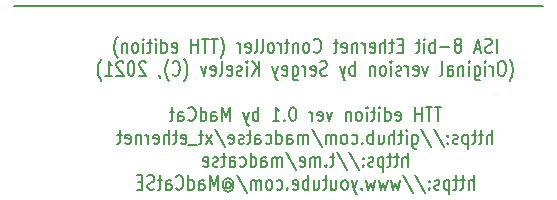
<source format=gbo>
%TF.GenerationSoftware,KiCad,Pcbnew,7.0.11*%
%TF.CreationDate,2024-10-11T23:56:48+03:00*%
%TF.ProjectId,ISA8_Ethernet,49534138-5f45-4746-9865-726e65742e6b,1.0*%
%TF.SameCoordinates,Original*%
%TF.FileFunction,Legend,Bot*%
%TF.FilePolarity,Positive*%
%FSLAX46Y46*%
G04 Gerber Fmt 4.6, Leading zero omitted, Abs format (unit mm)*
G04 Created by KiCad (PCBNEW 7.0.11) date 2024-10-11 23:56:48*
%MOMM*%
%LPD*%
G01*
G04 APERTURE LIST*
%ADD10C,0.150000*%
G04 APERTURE END LIST*
D10*
X133985000Y-93980000D02*
X178752500Y-93980000D01*
X174838878Y-97976142D02*
X174838878Y-96776142D01*
X174410307Y-97919000D02*
X174267450Y-97976142D01*
X174267450Y-97976142D02*
X174029355Y-97976142D01*
X174029355Y-97976142D02*
X173934117Y-97919000D01*
X173934117Y-97919000D02*
X173886498Y-97861857D01*
X173886498Y-97861857D02*
X173838879Y-97747571D01*
X173838879Y-97747571D02*
X173838879Y-97633285D01*
X173838879Y-97633285D02*
X173886498Y-97519000D01*
X173886498Y-97519000D02*
X173934117Y-97461857D01*
X173934117Y-97461857D02*
X174029355Y-97404714D01*
X174029355Y-97404714D02*
X174219831Y-97347571D01*
X174219831Y-97347571D02*
X174315069Y-97290428D01*
X174315069Y-97290428D02*
X174362688Y-97233285D01*
X174362688Y-97233285D02*
X174410307Y-97119000D01*
X174410307Y-97119000D02*
X174410307Y-97004714D01*
X174410307Y-97004714D02*
X174362688Y-96890428D01*
X174362688Y-96890428D02*
X174315069Y-96833285D01*
X174315069Y-96833285D02*
X174219831Y-96776142D01*
X174219831Y-96776142D02*
X173981736Y-96776142D01*
X173981736Y-96776142D02*
X173838879Y-96833285D01*
X173457926Y-97633285D02*
X172981736Y-97633285D01*
X173553164Y-97976142D02*
X173219831Y-96776142D01*
X173219831Y-96776142D02*
X172886498Y-97976142D01*
X171648402Y-97290428D02*
X171743640Y-97233285D01*
X171743640Y-97233285D02*
X171791259Y-97176142D01*
X171791259Y-97176142D02*
X171838878Y-97061857D01*
X171838878Y-97061857D02*
X171838878Y-97004714D01*
X171838878Y-97004714D02*
X171791259Y-96890428D01*
X171791259Y-96890428D02*
X171743640Y-96833285D01*
X171743640Y-96833285D02*
X171648402Y-96776142D01*
X171648402Y-96776142D02*
X171457926Y-96776142D01*
X171457926Y-96776142D02*
X171362688Y-96833285D01*
X171362688Y-96833285D02*
X171315069Y-96890428D01*
X171315069Y-96890428D02*
X171267450Y-97004714D01*
X171267450Y-97004714D02*
X171267450Y-97061857D01*
X171267450Y-97061857D02*
X171315069Y-97176142D01*
X171315069Y-97176142D02*
X171362688Y-97233285D01*
X171362688Y-97233285D02*
X171457926Y-97290428D01*
X171457926Y-97290428D02*
X171648402Y-97290428D01*
X171648402Y-97290428D02*
X171743640Y-97347571D01*
X171743640Y-97347571D02*
X171791259Y-97404714D01*
X171791259Y-97404714D02*
X171838878Y-97519000D01*
X171838878Y-97519000D02*
X171838878Y-97747571D01*
X171838878Y-97747571D02*
X171791259Y-97861857D01*
X171791259Y-97861857D02*
X171743640Y-97919000D01*
X171743640Y-97919000D02*
X171648402Y-97976142D01*
X171648402Y-97976142D02*
X171457926Y-97976142D01*
X171457926Y-97976142D02*
X171362688Y-97919000D01*
X171362688Y-97919000D02*
X171315069Y-97861857D01*
X171315069Y-97861857D02*
X171267450Y-97747571D01*
X171267450Y-97747571D02*
X171267450Y-97519000D01*
X171267450Y-97519000D02*
X171315069Y-97404714D01*
X171315069Y-97404714D02*
X171362688Y-97347571D01*
X171362688Y-97347571D02*
X171457926Y-97290428D01*
X170838878Y-97519000D02*
X170076974Y-97519000D01*
X169600783Y-97976142D02*
X169600783Y-96776142D01*
X169600783Y-97233285D02*
X169505545Y-97176142D01*
X169505545Y-97176142D02*
X169315069Y-97176142D01*
X169315069Y-97176142D02*
X169219831Y-97233285D01*
X169219831Y-97233285D02*
X169172212Y-97290428D01*
X169172212Y-97290428D02*
X169124593Y-97404714D01*
X169124593Y-97404714D02*
X169124593Y-97747571D01*
X169124593Y-97747571D02*
X169172212Y-97861857D01*
X169172212Y-97861857D02*
X169219831Y-97919000D01*
X169219831Y-97919000D02*
X169315069Y-97976142D01*
X169315069Y-97976142D02*
X169505545Y-97976142D01*
X169505545Y-97976142D02*
X169600783Y-97919000D01*
X168696021Y-97976142D02*
X168696021Y-97176142D01*
X168696021Y-96776142D02*
X168743640Y-96833285D01*
X168743640Y-96833285D02*
X168696021Y-96890428D01*
X168696021Y-96890428D02*
X168648402Y-96833285D01*
X168648402Y-96833285D02*
X168696021Y-96776142D01*
X168696021Y-96776142D02*
X168696021Y-96890428D01*
X168362688Y-97176142D02*
X167981736Y-97176142D01*
X168219831Y-96776142D02*
X168219831Y-97804714D01*
X168219831Y-97804714D02*
X168172212Y-97919000D01*
X168172212Y-97919000D02*
X168076974Y-97976142D01*
X168076974Y-97976142D02*
X167981736Y-97976142D01*
X166886497Y-97347571D02*
X166553164Y-97347571D01*
X166410307Y-97976142D02*
X166886497Y-97976142D01*
X166886497Y-97976142D02*
X166886497Y-96776142D01*
X166886497Y-96776142D02*
X166410307Y-96776142D01*
X166124592Y-97176142D02*
X165743640Y-97176142D01*
X165981735Y-96776142D02*
X165981735Y-97804714D01*
X165981735Y-97804714D02*
X165934116Y-97919000D01*
X165934116Y-97919000D02*
X165838878Y-97976142D01*
X165838878Y-97976142D02*
X165743640Y-97976142D01*
X165410306Y-97976142D02*
X165410306Y-96776142D01*
X164981735Y-97976142D02*
X164981735Y-97347571D01*
X164981735Y-97347571D02*
X165029354Y-97233285D01*
X165029354Y-97233285D02*
X165124592Y-97176142D01*
X165124592Y-97176142D02*
X165267449Y-97176142D01*
X165267449Y-97176142D02*
X165362687Y-97233285D01*
X165362687Y-97233285D02*
X165410306Y-97290428D01*
X164124592Y-97919000D02*
X164219830Y-97976142D01*
X164219830Y-97976142D02*
X164410306Y-97976142D01*
X164410306Y-97976142D02*
X164505544Y-97919000D01*
X164505544Y-97919000D02*
X164553163Y-97804714D01*
X164553163Y-97804714D02*
X164553163Y-97347571D01*
X164553163Y-97347571D02*
X164505544Y-97233285D01*
X164505544Y-97233285D02*
X164410306Y-97176142D01*
X164410306Y-97176142D02*
X164219830Y-97176142D01*
X164219830Y-97176142D02*
X164124592Y-97233285D01*
X164124592Y-97233285D02*
X164076973Y-97347571D01*
X164076973Y-97347571D02*
X164076973Y-97461857D01*
X164076973Y-97461857D02*
X164553163Y-97576142D01*
X163648401Y-97976142D02*
X163648401Y-97176142D01*
X163648401Y-97404714D02*
X163600782Y-97290428D01*
X163600782Y-97290428D02*
X163553163Y-97233285D01*
X163553163Y-97233285D02*
X163457925Y-97176142D01*
X163457925Y-97176142D02*
X163362687Y-97176142D01*
X163029353Y-97176142D02*
X163029353Y-97976142D01*
X163029353Y-97290428D02*
X162981734Y-97233285D01*
X162981734Y-97233285D02*
X162886496Y-97176142D01*
X162886496Y-97176142D02*
X162743639Y-97176142D01*
X162743639Y-97176142D02*
X162648401Y-97233285D01*
X162648401Y-97233285D02*
X162600782Y-97347571D01*
X162600782Y-97347571D02*
X162600782Y-97976142D01*
X161743639Y-97919000D02*
X161838877Y-97976142D01*
X161838877Y-97976142D02*
X162029353Y-97976142D01*
X162029353Y-97976142D02*
X162124591Y-97919000D01*
X162124591Y-97919000D02*
X162172210Y-97804714D01*
X162172210Y-97804714D02*
X162172210Y-97347571D01*
X162172210Y-97347571D02*
X162124591Y-97233285D01*
X162124591Y-97233285D02*
X162029353Y-97176142D01*
X162029353Y-97176142D02*
X161838877Y-97176142D01*
X161838877Y-97176142D02*
X161743639Y-97233285D01*
X161743639Y-97233285D02*
X161696020Y-97347571D01*
X161696020Y-97347571D02*
X161696020Y-97461857D01*
X161696020Y-97461857D02*
X162172210Y-97576142D01*
X161410305Y-97176142D02*
X161029353Y-97176142D01*
X161267448Y-96776142D02*
X161267448Y-97804714D01*
X161267448Y-97804714D02*
X161219829Y-97919000D01*
X161219829Y-97919000D02*
X161124591Y-97976142D01*
X161124591Y-97976142D02*
X161029353Y-97976142D01*
X159362686Y-97861857D02*
X159410305Y-97919000D01*
X159410305Y-97919000D02*
X159553162Y-97976142D01*
X159553162Y-97976142D02*
X159648400Y-97976142D01*
X159648400Y-97976142D02*
X159791257Y-97919000D01*
X159791257Y-97919000D02*
X159886495Y-97804714D01*
X159886495Y-97804714D02*
X159934114Y-97690428D01*
X159934114Y-97690428D02*
X159981733Y-97461857D01*
X159981733Y-97461857D02*
X159981733Y-97290428D01*
X159981733Y-97290428D02*
X159934114Y-97061857D01*
X159934114Y-97061857D02*
X159886495Y-96947571D01*
X159886495Y-96947571D02*
X159791257Y-96833285D01*
X159791257Y-96833285D02*
X159648400Y-96776142D01*
X159648400Y-96776142D02*
X159553162Y-96776142D01*
X159553162Y-96776142D02*
X159410305Y-96833285D01*
X159410305Y-96833285D02*
X159362686Y-96890428D01*
X158791257Y-97976142D02*
X158886495Y-97919000D01*
X158886495Y-97919000D02*
X158934114Y-97861857D01*
X158934114Y-97861857D02*
X158981733Y-97747571D01*
X158981733Y-97747571D02*
X158981733Y-97404714D01*
X158981733Y-97404714D02*
X158934114Y-97290428D01*
X158934114Y-97290428D02*
X158886495Y-97233285D01*
X158886495Y-97233285D02*
X158791257Y-97176142D01*
X158791257Y-97176142D02*
X158648400Y-97176142D01*
X158648400Y-97176142D02*
X158553162Y-97233285D01*
X158553162Y-97233285D02*
X158505543Y-97290428D01*
X158505543Y-97290428D02*
X158457924Y-97404714D01*
X158457924Y-97404714D02*
X158457924Y-97747571D01*
X158457924Y-97747571D02*
X158505543Y-97861857D01*
X158505543Y-97861857D02*
X158553162Y-97919000D01*
X158553162Y-97919000D02*
X158648400Y-97976142D01*
X158648400Y-97976142D02*
X158791257Y-97976142D01*
X158029352Y-97176142D02*
X158029352Y-97976142D01*
X158029352Y-97290428D02*
X157981733Y-97233285D01*
X157981733Y-97233285D02*
X157886495Y-97176142D01*
X157886495Y-97176142D02*
X157743638Y-97176142D01*
X157743638Y-97176142D02*
X157648400Y-97233285D01*
X157648400Y-97233285D02*
X157600781Y-97347571D01*
X157600781Y-97347571D02*
X157600781Y-97976142D01*
X157267447Y-97176142D02*
X156886495Y-97176142D01*
X157124590Y-96776142D02*
X157124590Y-97804714D01*
X157124590Y-97804714D02*
X157076971Y-97919000D01*
X157076971Y-97919000D02*
X156981733Y-97976142D01*
X156981733Y-97976142D02*
X156886495Y-97976142D01*
X156553161Y-97976142D02*
X156553161Y-97176142D01*
X156553161Y-97404714D02*
X156505542Y-97290428D01*
X156505542Y-97290428D02*
X156457923Y-97233285D01*
X156457923Y-97233285D02*
X156362685Y-97176142D01*
X156362685Y-97176142D02*
X156267447Y-97176142D01*
X155791256Y-97976142D02*
X155886494Y-97919000D01*
X155886494Y-97919000D02*
X155934113Y-97861857D01*
X155934113Y-97861857D02*
X155981732Y-97747571D01*
X155981732Y-97747571D02*
X155981732Y-97404714D01*
X155981732Y-97404714D02*
X155934113Y-97290428D01*
X155934113Y-97290428D02*
X155886494Y-97233285D01*
X155886494Y-97233285D02*
X155791256Y-97176142D01*
X155791256Y-97176142D02*
X155648399Y-97176142D01*
X155648399Y-97176142D02*
X155553161Y-97233285D01*
X155553161Y-97233285D02*
X155505542Y-97290428D01*
X155505542Y-97290428D02*
X155457923Y-97404714D01*
X155457923Y-97404714D02*
X155457923Y-97747571D01*
X155457923Y-97747571D02*
X155505542Y-97861857D01*
X155505542Y-97861857D02*
X155553161Y-97919000D01*
X155553161Y-97919000D02*
X155648399Y-97976142D01*
X155648399Y-97976142D02*
X155791256Y-97976142D01*
X154886494Y-97976142D02*
X154981732Y-97919000D01*
X154981732Y-97919000D02*
X155029351Y-97804714D01*
X155029351Y-97804714D02*
X155029351Y-96776142D01*
X154362684Y-97976142D02*
X154457922Y-97919000D01*
X154457922Y-97919000D02*
X154505541Y-97804714D01*
X154505541Y-97804714D02*
X154505541Y-96776142D01*
X153600779Y-97919000D02*
X153696017Y-97976142D01*
X153696017Y-97976142D02*
X153886493Y-97976142D01*
X153886493Y-97976142D02*
X153981731Y-97919000D01*
X153981731Y-97919000D02*
X154029350Y-97804714D01*
X154029350Y-97804714D02*
X154029350Y-97347571D01*
X154029350Y-97347571D02*
X153981731Y-97233285D01*
X153981731Y-97233285D02*
X153886493Y-97176142D01*
X153886493Y-97176142D02*
X153696017Y-97176142D01*
X153696017Y-97176142D02*
X153600779Y-97233285D01*
X153600779Y-97233285D02*
X153553160Y-97347571D01*
X153553160Y-97347571D02*
X153553160Y-97461857D01*
X153553160Y-97461857D02*
X154029350Y-97576142D01*
X153124588Y-97976142D02*
X153124588Y-97176142D01*
X153124588Y-97404714D02*
X153076969Y-97290428D01*
X153076969Y-97290428D02*
X153029350Y-97233285D01*
X153029350Y-97233285D02*
X152934112Y-97176142D01*
X152934112Y-97176142D02*
X152838874Y-97176142D01*
X151457921Y-98433285D02*
X151505540Y-98376142D01*
X151505540Y-98376142D02*
X151600778Y-98204714D01*
X151600778Y-98204714D02*
X151648397Y-98090428D01*
X151648397Y-98090428D02*
X151696016Y-97919000D01*
X151696016Y-97919000D02*
X151743635Y-97633285D01*
X151743635Y-97633285D02*
X151743635Y-97404714D01*
X151743635Y-97404714D02*
X151696016Y-97119000D01*
X151696016Y-97119000D02*
X151648397Y-96947571D01*
X151648397Y-96947571D02*
X151600778Y-96833285D01*
X151600778Y-96833285D02*
X151505540Y-96661857D01*
X151505540Y-96661857D02*
X151457921Y-96604714D01*
X151219825Y-96776142D02*
X150648397Y-96776142D01*
X150934111Y-97976142D02*
X150934111Y-96776142D01*
X150457920Y-96776142D02*
X149886492Y-96776142D01*
X150172206Y-97976142D02*
X150172206Y-96776142D01*
X149553158Y-97976142D02*
X149553158Y-96776142D01*
X149553158Y-97347571D02*
X148981730Y-97347571D01*
X148981730Y-97976142D02*
X148981730Y-96776142D01*
X147362682Y-97919000D02*
X147457920Y-97976142D01*
X147457920Y-97976142D02*
X147648396Y-97976142D01*
X147648396Y-97976142D02*
X147743634Y-97919000D01*
X147743634Y-97919000D02*
X147791253Y-97804714D01*
X147791253Y-97804714D02*
X147791253Y-97347571D01*
X147791253Y-97347571D02*
X147743634Y-97233285D01*
X147743634Y-97233285D02*
X147648396Y-97176142D01*
X147648396Y-97176142D02*
X147457920Y-97176142D01*
X147457920Y-97176142D02*
X147362682Y-97233285D01*
X147362682Y-97233285D02*
X147315063Y-97347571D01*
X147315063Y-97347571D02*
X147315063Y-97461857D01*
X147315063Y-97461857D02*
X147791253Y-97576142D01*
X146457920Y-97976142D02*
X146457920Y-96776142D01*
X146457920Y-97919000D02*
X146553158Y-97976142D01*
X146553158Y-97976142D02*
X146743634Y-97976142D01*
X146743634Y-97976142D02*
X146838872Y-97919000D01*
X146838872Y-97919000D02*
X146886491Y-97861857D01*
X146886491Y-97861857D02*
X146934110Y-97747571D01*
X146934110Y-97747571D02*
X146934110Y-97404714D01*
X146934110Y-97404714D02*
X146886491Y-97290428D01*
X146886491Y-97290428D02*
X146838872Y-97233285D01*
X146838872Y-97233285D02*
X146743634Y-97176142D01*
X146743634Y-97176142D02*
X146553158Y-97176142D01*
X146553158Y-97176142D02*
X146457920Y-97233285D01*
X145981729Y-97976142D02*
X145981729Y-97176142D01*
X145981729Y-96776142D02*
X146029348Y-96833285D01*
X146029348Y-96833285D02*
X145981729Y-96890428D01*
X145981729Y-96890428D02*
X145934110Y-96833285D01*
X145934110Y-96833285D02*
X145981729Y-96776142D01*
X145981729Y-96776142D02*
X145981729Y-96890428D01*
X145648396Y-97176142D02*
X145267444Y-97176142D01*
X145505539Y-96776142D02*
X145505539Y-97804714D01*
X145505539Y-97804714D02*
X145457920Y-97919000D01*
X145457920Y-97919000D02*
X145362682Y-97976142D01*
X145362682Y-97976142D02*
X145267444Y-97976142D01*
X144934110Y-97976142D02*
X144934110Y-97176142D01*
X144934110Y-96776142D02*
X144981729Y-96833285D01*
X144981729Y-96833285D02*
X144934110Y-96890428D01*
X144934110Y-96890428D02*
X144886491Y-96833285D01*
X144886491Y-96833285D02*
X144934110Y-96776142D01*
X144934110Y-96776142D02*
X144934110Y-96890428D01*
X144315063Y-97976142D02*
X144410301Y-97919000D01*
X144410301Y-97919000D02*
X144457920Y-97861857D01*
X144457920Y-97861857D02*
X144505539Y-97747571D01*
X144505539Y-97747571D02*
X144505539Y-97404714D01*
X144505539Y-97404714D02*
X144457920Y-97290428D01*
X144457920Y-97290428D02*
X144410301Y-97233285D01*
X144410301Y-97233285D02*
X144315063Y-97176142D01*
X144315063Y-97176142D02*
X144172206Y-97176142D01*
X144172206Y-97176142D02*
X144076968Y-97233285D01*
X144076968Y-97233285D02*
X144029349Y-97290428D01*
X144029349Y-97290428D02*
X143981730Y-97404714D01*
X143981730Y-97404714D02*
X143981730Y-97747571D01*
X143981730Y-97747571D02*
X144029349Y-97861857D01*
X144029349Y-97861857D02*
X144076968Y-97919000D01*
X144076968Y-97919000D02*
X144172206Y-97976142D01*
X144172206Y-97976142D02*
X144315063Y-97976142D01*
X143553158Y-97176142D02*
X143553158Y-97976142D01*
X143553158Y-97290428D02*
X143505539Y-97233285D01*
X143505539Y-97233285D02*
X143410301Y-97176142D01*
X143410301Y-97176142D02*
X143267444Y-97176142D01*
X143267444Y-97176142D02*
X143172206Y-97233285D01*
X143172206Y-97233285D02*
X143124587Y-97347571D01*
X143124587Y-97347571D02*
X143124587Y-97976142D01*
X142743634Y-98433285D02*
X142696015Y-98376142D01*
X142696015Y-98376142D02*
X142600777Y-98204714D01*
X142600777Y-98204714D02*
X142553158Y-98090428D01*
X142553158Y-98090428D02*
X142505539Y-97919000D01*
X142505539Y-97919000D02*
X142457920Y-97633285D01*
X142457920Y-97633285D02*
X142457920Y-97404714D01*
X142457920Y-97404714D02*
X142505539Y-97119000D01*
X142505539Y-97119000D02*
X142553158Y-96947571D01*
X142553158Y-96947571D02*
X142600777Y-96833285D01*
X142600777Y-96833285D02*
X142696015Y-96661857D01*
X142696015Y-96661857D02*
X142743634Y-96604714D01*
X175934116Y-100365285D02*
X175981735Y-100308142D01*
X175981735Y-100308142D02*
X176076973Y-100136714D01*
X176076973Y-100136714D02*
X176124592Y-100022428D01*
X176124592Y-100022428D02*
X176172211Y-99851000D01*
X176172211Y-99851000D02*
X176219830Y-99565285D01*
X176219830Y-99565285D02*
X176219830Y-99336714D01*
X176219830Y-99336714D02*
X176172211Y-99051000D01*
X176172211Y-99051000D02*
X176124592Y-98879571D01*
X176124592Y-98879571D02*
X176076973Y-98765285D01*
X176076973Y-98765285D02*
X175981735Y-98593857D01*
X175981735Y-98593857D02*
X175934116Y-98536714D01*
X175362687Y-98708142D02*
X175172211Y-98708142D01*
X175172211Y-98708142D02*
X175076973Y-98765285D01*
X175076973Y-98765285D02*
X174981735Y-98879571D01*
X174981735Y-98879571D02*
X174934116Y-99108142D01*
X174934116Y-99108142D02*
X174934116Y-99508142D01*
X174934116Y-99508142D02*
X174981735Y-99736714D01*
X174981735Y-99736714D02*
X175076973Y-99851000D01*
X175076973Y-99851000D02*
X175172211Y-99908142D01*
X175172211Y-99908142D02*
X175362687Y-99908142D01*
X175362687Y-99908142D02*
X175457925Y-99851000D01*
X175457925Y-99851000D02*
X175553163Y-99736714D01*
X175553163Y-99736714D02*
X175600782Y-99508142D01*
X175600782Y-99508142D02*
X175600782Y-99108142D01*
X175600782Y-99108142D02*
X175553163Y-98879571D01*
X175553163Y-98879571D02*
X175457925Y-98765285D01*
X175457925Y-98765285D02*
X175362687Y-98708142D01*
X174505544Y-99908142D02*
X174505544Y-99108142D01*
X174505544Y-99336714D02*
X174457925Y-99222428D01*
X174457925Y-99222428D02*
X174410306Y-99165285D01*
X174410306Y-99165285D02*
X174315068Y-99108142D01*
X174315068Y-99108142D02*
X174219830Y-99108142D01*
X173886496Y-99908142D02*
X173886496Y-99108142D01*
X173886496Y-98708142D02*
X173934115Y-98765285D01*
X173934115Y-98765285D02*
X173886496Y-98822428D01*
X173886496Y-98822428D02*
X173838877Y-98765285D01*
X173838877Y-98765285D02*
X173886496Y-98708142D01*
X173886496Y-98708142D02*
X173886496Y-98822428D01*
X172981735Y-99108142D02*
X172981735Y-100079571D01*
X172981735Y-100079571D02*
X173029354Y-100193857D01*
X173029354Y-100193857D02*
X173076973Y-100251000D01*
X173076973Y-100251000D02*
X173172211Y-100308142D01*
X173172211Y-100308142D02*
X173315068Y-100308142D01*
X173315068Y-100308142D02*
X173410306Y-100251000D01*
X172981735Y-99851000D02*
X173076973Y-99908142D01*
X173076973Y-99908142D02*
X173267449Y-99908142D01*
X173267449Y-99908142D02*
X173362687Y-99851000D01*
X173362687Y-99851000D02*
X173410306Y-99793857D01*
X173410306Y-99793857D02*
X173457925Y-99679571D01*
X173457925Y-99679571D02*
X173457925Y-99336714D01*
X173457925Y-99336714D02*
X173410306Y-99222428D01*
X173410306Y-99222428D02*
X173362687Y-99165285D01*
X173362687Y-99165285D02*
X173267449Y-99108142D01*
X173267449Y-99108142D02*
X173076973Y-99108142D01*
X173076973Y-99108142D02*
X172981735Y-99165285D01*
X172505544Y-99908142D02*
X172505544Y-99108142D01*
X172505544Y-98708142D02*
X172553163Y-98765285D01*
X172553163Y-98765285D02*
X172505544Y-98822428D01*
X172505544Y-98822428D02*
X172457925Y-98765285D01*
X172457925Y-98765285D02*
X172505544Y-98708142D01*
X172505544Y-98708142D02*
X172505544Y-98822428D01*
X172029354Y-99108142D02*
X172029354Y-99908142D01*
X172029354Y-99222428D02*
X171981735Y-99165285D01*
X171981735Y-99165285D02*
X171886497Y-99108142D01*
X171886497Y-99108142D02*
X171743640Y-99108142D01*
X171743640Y-99108142D02*
X171648402Y-99165285D01*
X171648402Y-99165285D02*
X171600783Y-99279571D01*
X171600783Y-99279571D02*
X171600783Y-99908142D01*
X170696021Y-99908142D02*
X170696021Y-99279571D01*
X170696021Y-99279571D02*
X170743640Y-99165285D01*
X170743640Y-99165285D02*
X170838878Y-99108142D01*
X170838878Y-99108142D02*
X171029354Y-99108142D01*
X171029354Y-99108142D02*
X171124592Y-99165285D01*
X170696021Y-99851000D02*
X170791259Y-99908142D01*
X170791259Y-99908142D02*
X171029354Y-99908142D01*
X171029354Y-99908142D02*
X171124592Y-99851000D01*
X171124592Y-99851000D02*
X171172211Y-99736714D01*
X171172211Y-99736714D02*
X171172211Y-99622428D01*
X171172211Y-99622428D02*
X171124592Y-99508142D01*
X171124592Y-99508142D02*
X171029354Y-99451000D01*
X171029354Y-99451000D02*
X170791259Y-99451000D01*
X170791259Y-99451000D02*
X170696021Y-99393857D01*
X170076973Y-99908142D02*
X170172211Y-99851000D01*
X170172211Y-99851000D02*
X170219830Y-99736714D01*
X170219830Y-99736714D02*
X170219830Y-98708142D01*
X169029353Y-99108142D02*
X168791258Y-99908142D01*
X168791258Y-99908142D02*
X168553163Y-99108142D01*
X167791258Y-99851000D02*
X167886496Y-99908142D01*
X167886496Y-99908142D02*
X168076972Y-99908142D01*
X168076972Y-99908142D02*
X168172210Y-99851000D01*
X168172210Y-99851000D02*
X168219829Y-99736714D01*
X168219829Y-99736714D02*
X168219829Y-99279571D01*
X168219829Y-99279571D02*
X168172210Y-99165285D01*
X168172210Y-99165285D02*
X168076972Y-99108142D01*
X168076972Y-99108142D02*
X167886496Y-99108142D01*
X167886496Y-99108142D02*
X167791258Y-99165285D01*
X167791258Y-99165285D02*
X167743639Y-99279571D01*
X167743639Y-99279571D02*
X167743639Y-99393857D01*
X167743639Y-99393857D02*
X168219829Y-99508142D01*
X167315067Y-99908142D02*
X167315067Y-99108142D01*
X167315067Y-99336714D02*
X167267448Y-99222428D01*
X167267448Y-99222428D02*
X167219829Y-99165285D01*
X167219829Y-99165285D02*
X167124591Y-99108142D01*
X167124591Y-99108142D02*
X167029353Y-99108142D01*
X166743638Y-99851000D02*
X166648400Y-99908142D01*
X166648400Y-99908142D02*
X166457924Y-99908142D01*
X166457924Y-99908142D02*
X166362686Y-99851000D01*
X166362686Y-99851000D02*
X166315067Y-99736714D01*
X166315067Y-99736714D02*
X166315067Y-99679571D01*
X166315067Y-99679571D02*
X166362686Y-99565285D01*
X166362686Y-99565285D02*
X166457924Y-99508142D01*
X166457924Y-99508142D02*
X166600781Y-99508142D01*
X166600781Y-99508142D02*
X166696019Y-99451000D01*
X166696019Y-99451000D02*
X166743638Y-99336714D01*
X166743638Y-99336714D02*
X166743638Y-99279571D01*
X166743638Y-99279571D02*
X166696019Y-99165285D01*
X166696019Y-99165285D02*
X166600781Y-99108142D01*
X166600781Y-99108142D02*
X166457924Y-99108142D01*
X166457924Y-99108142D02*
X166362686Y-99165285D01*
X165886495Y-99908142D02*
X165886495Y-99108142D01*
X165886495Y-98708142D02*
X165934114Y-98765285D01*
X165934114Y-98765285D02*
X165886495Y-98822428D01*
X165886495Y-98822428D02*
X165838876Y-98765285D01*
X165838876Y-98765285D02*
X165886495Y-98708142D01*
X165886495Y-98708142D02*
X165886495Y-98822428D01*
X165267448Y-99908142D02*
X165362686Y-99851000D01*
X165362686Y-99851000D02*
X165410305Y-99793857D01*
X165410305Y-99793857D02*
X165457924Y-99679571D01*
X165457924Y-99679571D02*
X165457924Y-99336714D01*
X165457924Y-99336714D02*
X165410305Y-99222428D01*
X165410305Y-99222428D02*
X165362686Y-99165285D01*
X165362686Y-99165285D02*
X165267448Y-99108142D01*
X165267448Y-99108142D02*
X165124591Y-99108142D01*
X165124591Y-99108142D02*
X165029353Y-99165285D01*
X165029353Y-99165285D02*
X164981734Y-99222428D01*
X164981734Y-99222428D02*
X164934115Y-99336714D01*
X164934115Y-99336714D02*
X164934115Y-99679571D01*
X164934115Y-99679571D02*
X164981734Y-99793857D01*
X164981734Y-99793857D02*
X165029353Y-99851000D01*
X165029353Y-99851000D02*
X165124591Y-99908142D01*
X165124591Y-99908142D02*
X165267448Y-99908142D01*
X164505543Y-99108142D02*
X164505543Y-99908142D01*
X164505543Y-99222428D02*
X164457924Y-99165285D01*
X164457924Y-99165285D02*
X164362686Y-99108142D01*
X164362686Y-99108142D02*
X164219829Y-99108142D01*
X164219829Y-99108142D02*
X164124591Y-99165285D01*
X164124591Y-99165285D02*
X164076972Y-99279571D01*
X164076972Y-99279571D02*
X164076972Y-99908142D01*
X162838876Y-99908142D02*
X162838876Y-98708142D01*
X162838876Y-99165285D02*
X162743638Y-99108142D01*
X162743638Y-99108142D02*
X162553162Y-99108142D01*
X162553162Y-99108142D02*
X162457924Y-99165285D01*
X162457924Y-99165285D02*
X162410305Y-99222428D01*
X162410305Y-99222428D02*
X162362686Y-99336714D01*
X162362686Y-99336714D02*
X162362686Y-99679571D01*
X162362686Y-99679571D02*
X162410305Y-99793857D01*
X162410305Y-99793857D02*
X162457924Y-99851000D01*
X162457924Y-99851000D02*
X162553162Y-99908142D01*
X162553162Y-99908142D02*
X162743638Y-99908142D01*
X162743638Y-99908142D02*
X162838876Y-99851000D01*
X162029352Y-99108142D02*
X161791257Y-99908142D01*
X161553162Y-99108142D02*
X161791257Y-99908142D01*
X161791257Y-99908142D02*
X161886495Y-100193857D01*
X161886495Y-100193857D02*
X161934114Y-100251000D01*
X161934114Y-100251000D02*
X162029352Y-100308142D01*
X160457923Y-99851000D02*
X160315066Y-99908142D01*
X160315066Y-99908142D02*
X160076971Y-99908142D01*
X160076971Y-99908142D02*
X159981733Y-99851000D01*
X159981733Y-99851000D02*
X159934114Y-99793857D01*
X159934114Y-99793857D02*
X159886495Y-99679571D01*
X159886495Y-99679571D02*
X159886495Y-99565285D01*
X159886495Y-99565285D02*
X159934114Y-99451000D01*
X159934114Y-99451000D02*
X159981733Y-99393857D01*
X159981733Y-99393857D02*
X160076971Y-99336714D01*
X160076971Y-99336714D02*
X160267447Y-99279571D01*
X160267447Y-99279571D02*
X160362685Y-99222428D01*
X160362685Y-99222428D02*
X160410304Y-99165285D01*
X160410304Y-99165285D02*
X160457923Y-99051000D01*
X160457923Y-99051000D02*
X160457923Y-98936714D01*
X160457923Y-98936714D02*
X160410304Y-98822428D01*
X160410304Y-98822428D02*
X160362685Y-98765285D01*
X160362685Y-98765285D02*
X160267447Y-98708142D01*
X160267447Y-98708142D02*
X160029352Y-98708142D01*
X160029352Y-98708142D02*
X159886495Y-98765285D01*
X159076971Y-99851000D02*
X159172209Y-99908142D01*
X159172209Y-99908142D02*
X159362685Y-99908142D01*
X159362685Y-99908142D02*
X159457923Y-99851000D01*
X159457923Y-99851000D02*
X159505542Y-99736714D01*
X159505542Y-99736714D02*
X159505542Y-99279571D01*
X159505542Y-99279571D02*
X159457923Y-99165285D01*
X159457923Y-99165285D02*
X159362685Y-99108142D01*
X159362685Y-99108142D02*
X159172209Y-99108142D01*
X159172209Y-99108142D02*
X159076971Y-99165285D01*
X159076971Y-99165285D02*
X159029352Y-99279571D01*
X159029352Y-99279571D02*
X159029352Y-99393857D01*
X159029352Y-99393857D02*
X159505542Y-99508142D01*
X158600780Y-99908142D02*
X158600780Y-99108142D01*
X158600780Y-99336714D02*
X158553161Y-99222428D01*
X158553161Y-99222428D02*
X158505542Y-99165285D01*
X158505542Y-99165285D02*
X158410304Y-99108142D01*
X158410304Y-99108142D02*
X158315066Y-99108142D01*
X157553161Y-99108142D02*
X157553161Y-100079571D01*
X157553161Y-100079571D02*
X157600780Y-100193857D01*
X157600780Y-100193857D02*
X157648399Y-100251000D01*
X157648399Y-100251000D02*
X157743637Y-100308142D01*
X157743637Y-100308142D02*
X157886494Y-100308142D01*
X157886494Y-100308142D02*
X157981732Y-100251000D01*
X157553161Y-99851000D02*
X157648399Y-99908142D01*
X157648399Y-99908142D02*
X157838875Y-99908142D01*
X157838875Y-99908142D02*
X157934113Y-99851000D01*
X157934113Y-99851000D02*
X157981732Y-99793857D01*
X157981732Y-99793857D02*
X158029351Y-99679571D01*
X158029351Y-99679571D02*
X158029351Y-99336714D01*
X158029351Y-99336714D02*
X157981732Y-99222428D01*
X157981732Y-99222428D02*
X157934113Y-99165285D01*
X157934113Y-99165285D02*
X157838875Y-99108142D01*
X157838875Y-99108142D02*
X157648399Y-99108142D01*
X157648399Y-99108142D02*
X157553161Y-99165285D01*
X156696018Y-99851000D02*
X156791256Y-99908142D01*
X156791256Y-99908142D02*
X156981732Y-99908142D01*
X156981732Y-99908142D02*
X157076970Y-99851000D01*
X157076970Y-99851000D02*
X157124589Y-99736714D01*
X157124589Y-99736714D02*
X157124589Y-99279571D01*
X157124589Y-99279571D02*
X157076970Y-99165285D01*
X157076970Y-99165285D02*
X156981732Y-99108142D01*
X156981732Y-99108142D02*
X156791256Y-99108142D01*
X156791256Y-99108142D02*
X156696018Y-99165285D01*
X156696018Y-99165285D02*
X156648399Y-99279571D01*
X156648399Y-99279571D02*
X156648399Y-99393857D01*
X156648399Y-99393857D02*
X157124589Y-99508142D01*
X156315065Y-99108142D02*
X156076970Y-99908142D01*
X155838875Y-99108142D02*
X156076970Y-99908142D01*
X156076970Y-99908142D02*
X156172208Y-100193857D01*
X156172208Y-100193857D02*
X156219827Y-100251000D01*
X156219827Y-100251000D02*
X156315065Y-100308142D01*
X154696017Y-99908142D02*
X154696017Y-98708142D01*
X154124589Y-99908142D02*
X154553160Y-99222428D01*
X154124589Y-98708142D02*
X154696017Y-99393857D01*
X153696017Y-99908142D02*
X153696017Y-99108142D01*
X153696017Y-98708142D02*
X153743636Y-98765285D01*
X153743636Y-98765285D02*
X153696017Y-98822428D01*
X153696017Y-98822428D02*
X153648398Y-98765285D01*
X153648398Y-98765285D02*
X153696017Y-98708142D01*
X153696017Y-98708142D02*
X153696017Y-98822428D01*
X153267446Y-99851000D02*
X153172208Y-99908142D01*
X153172208Y-99908142D02*
X152981732Y-99908142D01*
X152981732Y-99908142D02*
X152886494Y-99851000D01*
X152886494Y-99851000D02*
X152838875Y-99736714D01*
X152838875Y-99736714D02*
X152838875Y-99679571D01*
X152838875Y-99679571D02*
X152886494Y-99565285D01*
X152886494Y-99565285D02*
X152981732Y-99508142D01*
X152981732Y-99508142D02*
X153124589Y-99508142D01*
X153124589Y-99508142D02*
X153219827Y-99451000D01*
X153219827Y-99451000D02*
X153267446Y-99336714D01*
X153267446Y-99336714D02*
X153267446Y-99279571D01*
X153267446Y-99279571D02*
X153219827Y-99165285D01*
X153219827Y-99165285D02*
X153124589Y-99108142D01*
X153124589Y-99108142D02*
X152981732Y-99108142D01*
X152981732Y-99108142D02*
X152886494Y-99165285D01*
X152029351Y-99851000D02*
X152124589Y-99908142D01*
X152124589Y-99908142D02*
X152315065Y-99908142D01*
X152315065Y-99908142D02*
X152410303Y-99851000D01*
X152410303Y-99851000D02*
X152457922Y-99736714D01*
X152457922Y-99736714D02*
X152457922Y-99279571D01*
X152457922Y-99279571D02*
X152410303Y-99165285D01*
X152410303Y-99165285D02*
X152315065Y-99108142D01*
X152315065Y-99108142D02*
X152124589Y-99108142D01*
X152124589Y-99108142D02*
X152029351Y-99165285D01*
X152029351Y-99165285D02*
X151981732Y-99279571D01*
X151981732Y-99279571D02*
X151981732Y-99393857D01*
X151981732Y-99393857D02*
X152457922Y-99508142D01*
X151410303Y-99908142D02*
X151505541Y-99851000D01*
X151505541Y-99851000D02*
X151553160Y-99736714D01*
X151553160Y-99736714D02*
X151553160Y-98708142D01*
X150648398Y-99851000D02*
X150743636Y-99908142D01*
X150743636Y-99908142D02*
X150934112Y-99908142D01*
X150934112Y-99908142D02*
X151029350Y-99851000D01*
X151029350Y-99851000D02*
X151076969Y-99736714D01*
X151076969Y-99736714D02*
X151076969Y-99279571D01*
X151076969Y-99279571D02*
X151029350Y-99165285D01*
X151029350Y-99165285D02*
X150934112Y-99108142D01*
X150934112Y-99108142D02*
X150743636Y-99108142D01*
X150743636Y-99108142D02*
X150648398Y-99165285D01*
X150648398Y-99165285D02*
X150600779Y-99279571D01*
X150600779Y-99279571D02*
X150600779Y-99393857D01*
X150600779Y-99393857D02*
X151076969Y-99508142D01*
X150267445Y-99108142D02*
X150029350Y-99908142D01*
X150029350Y-99908142D02*
X149791255Y-99108142D01*
X148362683Y-100365285D02*
X148410302Y-100308142D01*
X148410302Y-100308142D02*
X148505540Y-100136714D01*
X148505540Y-100136714D02*
X148553159Y-100022428D01*
X148553159Y-100022428D02*
X148600778Y-99851000D01*
X148600778Y-99851000D02*
X148648397Y-99565285D01*
X148648397Y-99565285D02*
X148648397Y-99336714D01*
X148648397Y-99336714D02*
X148600778Y-99051000D01*
X148600778Y-99051000D02*
X148553159Y-98879571D01*
X148553159Y-98879571D02*
X148505540Y-98765285D01*
X148505540Y-98765285D02*
X148410302Y-98593857D01*
X148410302Y-98593857D02*
X148362683Y-98536714D01*
X147410302Y-99793857D02*
X147457921Y-99851000D01*
X147457921Y-99851000D02*
X147600778Y-99908142D01*
X147600778Y-99908142D02*
X147696016Y-99908142D01*
X147696016Y-99908142D02*
X147838873Y-99851000D01*
X147838873Y-99851000D02*
X147934111Y-99736714D01*
X147934111Y-99736714D02*
X147981730Y-99622428D01*
X147981730Y-99622428D02*
X148029349Y-99393857D01*
X148029349Y-99393857D02*
X148029349Y-99222428D01*
X148029349Y-99222428D02*
X147981730Y-98993857D01*
X147981730Y-98993857D02*
X147934111Y-98879571D01*
X147934111Y-98879571D02*
X147838873Y-98765285D01*
X147838873Y-98765285D02*
X147696016Y-98708142D01*
X147696016Y-98708142D02*
X147600778Y-98708142D01*
X147600778Y-98708142D02*
X147457921Y-98765285D01*
X147457921Y-98765285D02*
X147410302Y-98822428D01*
X147076968Y-100365285D02*
X147029349Y-100308142D01*
X147029349Y-100308142D02*
X146934111Y-100136714D01*
X146934111Y-100136714D02*
X146886492Y-100022428D01*
X146886492Y-100022428D02*
X146838873Y-99851000D01*
X146838873Y-99851000D02*
X146791254Y-99565285D01*
X146791254Y-99565285D02*
X146791254Y-99336714D01*
X146791254Y-99336714D02*
X146838873Y-99051000D01*
X146838873Y-99051000D02*
X146886492Y-98879571D01*
X146886492Y-98879571D02*
X146934111Y-98765285D01*
X146934111Y-98765285D02*
X147029349Y-98593857D01*
X147029349Y-98593857D02*
X147076968Y-98536714D01*
X146267444Y-99851000D02*
X146267444Y-99908142D01*
X146267444Y-99908142D02*
X146315063Y-100022428D01*
X146315063Y-100022428D02*
X146362682Y-100079571D01*
X145124587Y-98822428D02*
X145076968Y-98765285D01*
X145076968Y-98765285D02*
X144981730Y-98708142D01*
X144981730Y-98708142D02*
X144743635Y-98708142D01*
X144743635Y-98708142D02*
X144648397Y-98765285D01*
X144648397Y-98765285D02*
X144600778Y-98822428D01*
X144600778Y-98822428D02*
X144553159Y-98936714D01*
X144553159Y-98936714D02*
X144553159Y-99051000D01*
X144553159Y-99051000D02*
X144600778Y-99222428D01*
X144600778Y-99222428D02*
X145172206Y-99908142D01*
X145172206Y-99908142D02*
X144553159Y-99908142D01*
X143934111Y-98708142D02*
X143838873Y-98708142D01*
X143838873Y-98708142D02*
X143743635Y-98765285D01*
X143743635Y-98765285D02*
X143696016Y-98822428D01*
X143696016Y-98822428D02*
X143648397Y-98936714D01*
X143648397Y-98936714D02*
X143600778Y-99165285D01*
X143600778Y-99165285D02*
X143600778Y-99451000D01*
X143600778Y-99451000D02*
X143648397Y-99679571D01*
X143648397Y-99679571D02*
X143696016Y-99793857D01*
X143696016Y-99793857D02*
X143743635Y-99851000D01*
X143743635Y-99851000D02*
X143838873Y-99908142D01*
X143838873Y-99908142D02*
X143934111Y-99908142D01*
X143934111Y-99908142D02*
X144029349Y-99851000D01*
X144029349Y-99851000D02*
X144076968Y-99793857D01*
X144076968Y-99793857D02*
X144124587Y-99679571D01*
X144124587Y-99679571D02*
X144172206Y-99451000D01*
X144172206Y-99451000D02*
X144172206Y-99165285D01*
X144172206Y-99165285D02*
X144124587Y-98936714D01*
X144124587Y-98936714D02*
X144076968Y-98822428D01*
X144076968Y-98822428D02*
X144029349Y-98765285D01*
X144029349Y-98765285D02*
X143934111Y-98708142D01*
X143219825Y-98822428D02*
X143172206Y-98765285D01*
X143172206Y-98765285D02*
X143076968Y-98708142D01*
X143076968Y-98708142D02*
X142838873Y-98708142D01*
X142838873Y-98708142D02*
X142743635Y-98765285D01*
X142743635Y-98765285D02*
X142696016Y-98822428D01*
X142696016Y-98822428D02*
X142648397Y-98936714D01*
X142648397Y-98936714D02*
X142648397Y-99051000D01*
X142648397Y-99051000D02*
X142696016Y-99222428D01*
X142696016Y-99222428D02*
X143267444Y-99908142D01*
X143267444Y-99908142D02*
X142648397Y-99908142D01*
X141696016Y-99908142D02*
X142267444Y-99908142D01*
X141981730Y-99908142D02*
X141981730Y-98708142D01*
X141981730Y-98708142D02*
X142076968Y-98879571D01*
X142076968Y-98879571D02*
X142172206Y-98993857D01*
X142172206Y-98993857D02*
X142267444Y-99051000D01*
X141362682Y-100365285D02*
X141315063Y-100308142D01*
X141315063Y-100308142D02*
X141219825Y-100136714D01*
X141219825Y-100136714D02*
X141172206Y-100022428D01*
X141172206Y-100022428D02*
X141124587Y-99851000D01*
X141124587Y-99851000D02*
X141076968Y-99565285D01*
X141076968Y-99565285D02*
X141076968Y-99336714D01*
X141076968Y-99336714D02*
X141124587Y-99051000D01*
X141124587Y-99051000D02*
X141172206Y-98879571D01*
X141172206Y-98879571D02*
X141219825Y-98765285D01*
X141219825Y-98765285D02*
X141315063Y-98593857D01*
X141315063Y-98593857D02*
X141362682Y-98536714D01*
X170148400Y-102572142D02*
X169576972Y-102572142D01*
X169862686Y-103772142D02*
X169862686Y-102572142D01*
X169386495Y-102572142D02*
X168815067Y-102572142D01*
X169100781Y-103772142D02*
X169100781Y-102572142D01*
X168481733Y-103772142D02*
X168481733Y-102572142D01*
X168481733Y-103143571D02*
X167910305Y-103143571D01*
X167910305Y-103772142D02*
X167910305Y-102572142D01*
X166291257Y-103715000D02*
X166386495Y-103772142D01*
X166386495Y-103772142D02*
X166576971Y-103772142D01*
X166576971Y-103772142D02*
X166672209Y-103715000D01*
X166672209Y-103715000D02*
X166719828Y-103600714D01*
X166719828Y-103600714D02*
X166719828Y-103143571D01*
X166719828Y-103143571D02*
X166672209Y-103029285D01*
X166672209Y-103029285D02*
X166576971Y-102972142D01*
X166576971Y-102972142D02*
X166386495Y-102972142D01*
X166386495Y-102972142D02*
X166291257Y-103029285D01*
X166291257Y-103029285D02*
X166243638Y-103143571D01*
X166243638Y-103143571D02*
X166243638Y-103257857D01*
X166243638Y-103257857D02*
X166719828Y-103372142D01*
X165386495Y-103772142D02*
X165386495Y-102572142D01*
X165386495Y-103715000D02*
X165481733Y-103772142D01*
X165481733Y-103772142D02*
X165672209Y-103772142D01*
X165672209Y-103772142D02*
X165767447Y-103715000D01*
X165767447Y-103715000D02*
X165815066Y-103657857D01*
X165815066Y-103657857D02*
X165862685Y-103543571D01*
X165862685Y-103543571D02*
X165862685Y-103200714D01*
X165862685Y-103200714D02*
X165815066Y-103086428D01*
X165815066Y-103086428D02*
X165767447Y-103029285D01*
X165767447Y-103029285D02*
X165672209Y-102972142D01*
X165672209Y-102972142D02*
X165481733Y-102972142D01*
X165481733Y-102972142D02*
X165386495Y-103029285D01*
X164910304Y-103772142D02*
X164910304Y-102972142D01*
X164910304Y-102572142D02*
X164957923Y-102629285D01*
X164957923Y-102629285D02*
X164910304Y-102686428D01*
X164910304Y-102686428D02*
X164862685Y-102629285D01*
X164862685Y-102629285D02*
X164910304Y-102572142D01*
X164910304Y-102572142D02*
X164910304Y-102686428D01*
X164576971Y-102972142D02*
X164196019Y-102972142D01*
X164434114Y-102572142D02*
X164434114Y-103600714D01*
X164434114Y-103600714D02*
X164386495Y-103715000D01*
X164386495Y-103715000D02*
X164291257Y-103772142D01*
X164291257Y-103772142D02*
X164196019Y-103772142D01*
X163862685Y-103772142D02*
X163862685Y-102972142D01*
X163862685Y-102572142D02*
X163910304Y-102629285D01*
X163910304Y-102629285D02*
X163862685Y-102686428D01*
X163862685Y-102686428D02*
X163815066Y-102629285D01*
X163815066Y-102629285D02*
X163862685Y-102572142D01*
X163862685Y-102572142D02*
X163862685Y-102686428D01*
X163243638Y-103772142D02*
X163338876Y-103715000D01*
X163338876Y-103715000D02*
X163386495Y-103657857D01*
X163386495Y-103657857D02*
X163434114Y-103543571D01*
X163434114Y-103543571D02*
X163434114Y-103200714D01*
X163434114Y-103200714D02*
X163386495Y-103086428D01*
X163386495Y-103086428D02*
X163338876Y-103029285D01*
X163338876Y-103029285D02*
X163243638Y-102972142D01*
X163243638Y-102972142D02*
X163100781Y-102972142D01*
X163100781Y-102972142D02*
X163005543Y-103029285D01*
X163005543Y-103029285D02*
X162957924Y-103086428D01*
X162957924Y-103086428D02*
X162910305Y-103200714D01*
X162910305Y-103200714D02*
X162910305Y-103543571D01*
X162910305Y-103543571D02*
X162957924Y-103657857D01*
X162957924Y-103657857D02*
X163005543Y-103715000D01*
X163005543Y-103715000D02*
X163100781Y-103772142D01*
X163100781Y-103772142D02*
X163243638Y-103772142D01*
X162481733Y-102972142D02*
X162481733Y-103772142D01*
X162481733Y-103086428D02*
X162434114Y-103029285D01*
X162434114Y-103029285D02*
X162338876Y-102972142D01*
X162338876Y-102972142D02*
X162196019Y-102972142D01*
X162196019Y-102972142D02*
X162100781Y-103029285D01*
X162100781Y-103029285D02*
X162053162Y-103143571D01*
X162053162Y-103143571D02*
X162053162Y-103772142D01*
X160910304Y-102972142D02*
X160672209Y-103772142D01*
X160672209Y-103772142D02*
X160434114Y-102972142D01*
X159672209Y-103715000D02*
X159767447Y-103772142D01*
X159767447Y-103772142D02*
X159957923Y-103772142D01*
X159957923Y-103772142D02*
X160053161Y-103715000D01*
X160053161Y-103715000D02*
X160100780Y-103600714D01*
X160100780Y-103600714D02*
X160100780Y-103143571D01*
X160100780Y-103143571D02*
X160053161Y-103029285D01*
X160053161Y-103029285D02*
X159957923Y-102972142D01*
X159957923Y-102972142D02*
X159767447Y-102972142D01*
X159767447Y-102972142D02*
X159672209Y-103029285D01*
X159672209Y-103029285D02*
X159624590Y-103143571D01*
X159624590Y-103143571D02*
X159624590Y-103257857D01*
X159624590Y-103257857D02*
X160100780Y-103372142D01*
X159196018Y-103772142D02*
X159196018Y-102972142D01*
X159196018Y-103200714D02*
X159148399Y-103086428D01*
X159148399Y-103086428D02*
X159100780Y-103029285D01*
X159100780Y-103029285D02*
X159005542Y-102972142D01*
X159005542Y-102972142D02*
X158910304Y-102972142D01*
X157624589Y-102572142D02*
X157529351Y-102572142D01*
X157529351Y-102572142D02*
X157434113Y-102629285D01*
X157434113Y-102629285D02*
X157386494Y-102686428D01*
X157386494Y-102686428D02*
X157338875Y-102800714D01*
X157338875Y-102800714D02*
X157291256Y-103029285D01*
X157291256Y-103029285D02*
X157291256Y-103315000D01*
X157291256Y-103315000D02*
X157338875Y-103543571D01*
X157338875Y-103543571D02*
X157386494Y-103657857D01*
X157386494Y-103657857D02*
X157434113Y-103715000D01*
X157434113Y-103715000D02*
X157529351Y-103772142D01*
X157529351Y-103772142D02*
X157624589Y-103772142D01*
X157624589Y-103772142D02*
X157719827Y-103715000D01*
X157719827Y-103715000D02*
X157767446Y-103657857D01*
X157767446Y-103657857D02*
X157815065Y-103543571D01*
X157815065Y-103543571D02*
X157862684Y-103315000D01*
X157862684Y-103315000D02*
X157862684Y-103029285D01*
X157862684Y-103029285D02*
X157815065Y-102800714D01*
X157815065Y-102800714D02*
X157767446Y-102686428D01*
X157767446Y-102686428D02*
X157719827Y-102629285D01*
X157719827Y-102629285D02*
X157624589Y-102572142D01*
X156862684Y-103657857D02*
X156815065Y-103715000D01*
X156815065Y-103715000D02*
X156862684Y-103772142D01*
X156862684Y-103772142D02*
X156910303Y-103715000D01*
X156910303Y-103715000D02*
X156862684Y-103657857D01*
X156862684Y-103657857D02*
X156862684Y-103772142D01*
X155862685Y-103772142D02*
X156434113Y-103772142D01*
X156148399Y-103772142D02*
X156148399Y-102572142D01*
X156148399Y-102572142D02*
X156243637Y-102743571D01*
X156243637Y-102743571D02*
X156338875Y-102857857D01*
X156338875Y-102857857D02*
X156434113Y-102915000D01*
X154672208Y-103772142D02*
X154672208Y-102572142D01*
X154672208Y-103029285D02*
X154576970Y-102972142D01*
X154576970Y-102972142D02*
X154386494Y-102972142D01*
X154386494Y-102972142D02*
X154291256Y-103029285D01*
X154291256Y-103029285D02*
X154243637Y-103086428D01*
X154243637Y-103086428D02*
X154196018Y-103200714D01*
X154196018Y-103200714D02*
X154196018Y-103543571D01*
X154196018Y-103543571D02*
X154243637Y-103657857D01*
X154243637Y-103657857D02*
X154291256Y-103715000D01*
X154291256Y-103715000D02*
X154386494Y-103772142D01*
X154386494Y-103772142D02*
X154576970Y-103772142D01*
X154576970Y-103772142D02*
X154672208Y-103715000D01*
X153862684Y-102972142D02*
X153624589Y-103772142D01*
X153386494Y-102972142D02*
X153624589Y-103772142D01*
X153624589Y-103772142D02*
X153719827Y-104057857D01*
X153719827Y-104057857D02*
X153767446Y-104115000D01*
X153767446Y-104115000D02*
X153862684Y-104172142D01*
X152243636Y-103772142D02*
X152243636Y-102572142D01*
X152243636Y-102572142D02*
X151910303Y-103429285D01*
X151910303Y-103429285D02*
X151576970Y-102572142D01*
X151576970Y-102572142D02*
X151576970Y-103772142D01*
X150672208Y-103772142D02*
X150672208Y-103143571D01*
X150672208Y-103143571D02*
X150719827Y-103029285D01*
X150719827Y-103029285D02*
X150815065Y-102972142D01*
X150815065Y-102972142D02*
X151005541Y-102972142D01*
X151005541Y-102972142D02*
X151100779Y-103029285D01*
X150672208Y-103715000D02*
X150767446Y-103772142D01*
X150767446Y-103772142D02*
X151005541Y-103772142D01*
X151005541Y-103772142D02*
X151100779Y-103715000D01*
X151100779Y-103715000D02*
X151148398Y-103600714D01*
X151148398Y-103600714D02*
X151148398Y-103486428D01*
X151148398Y-103486428D02*
X151100779Y-103372142D01*
X151100779Y-103372142D02*
X151005541Y-103315000D01*
X151005541Y-103315000D02*
X150767446Y-103315000D01*
X150767446Y-103315000D02*
X150672208Y-103257857D01*
X149767446Y-103772142D02*
X149767446Y-102572142D01*
X149767446Y-103715000D02*
X149862684Y-103772142D01*
X149862684Y-103772142D02*
X150053160Y-103772142D01*
X150053160Y-103772142D02*
X150148398Y-103715000D01*
X150148398Y-103715000D02*
X150196017Y-103657857D01*
X150196017Y-103657857D02*
X150243636Y-103543571D01*
X150243636Y-103543571D02*
X150243636Y-103200714D01*
X150243636Y-103200714D02*
X150196017Y-103086428D01*
X150196017Y-103086428D02*
X150148398Y-103029285D01*
X150148398Y-103029285D02*
X150053160Y-102972142D01*
X150053160Y-102972142D02*
X149862684Y-102972142D01*
X149862684Y-102972142D02*
X149767446Y-103029285D01*
X148719827Y-103657857D02*
X148767446Y-103715000D01*
X148767446Y-103715000D02*
X148910303Y-103772142D01*
X148910303Y-103772142D02*
X149005541Y-103772142D01*
X149005541Y-103772142D02*
X149148398Y-103715000D01*
X149148398Y-103715000D02*
X149243636Y-103600714D01*
X149243636Y-103600714D02*
X149291255Y-103486428D01*
X149291255Y-103486428D02*
X149338874Y-103257857D01*
X149338874Y-103257857D02*
X149338874Y-103086428D01*
X149338874Y-103086428D02*
X149291255Y-102857857D01*
X149291255Y-102857857D02*
X149243636Y-102743571D01*
X149243636Y-102743571D02*
X149148398Y-102629285D01*
X149148398Y-102629285D02*
X149005541Y-102572142D01*
X149005541Y-102572142D02*
X148910303Y-102572142D01*
X148910303Y-102572142D02*
X148767446Y-102629285D01*
X148767446Y-102629285D02*
X148719827Y-102686428D01*
X147862684Y-103772142D02*
X147862684Y-103143571D01*
X147862684Y-103143571D02*
X147910303Y-103029285D01*
X147910303Y-103029285D02*
X148005541Y-102972142D01*
X148005541Y-102972142D02*
X148196017Y-102972142D01*
X148196017Y-102972142D02*
X148291255Y-103029285D01*
X147862684Y-103715000D02*
X147957922Y-103772142D01*
X147957922Y-103772142D02*
X148196017Y-103772142D01*
X148196017Y-103772142D02*
X148291255Y-103715000D01*
X148291255Y-103715000D02*
X148338874Y-103600714D01*
X148338874Y-103600714D02*
X148338874Y-103486428D01*
X148338874Y-103486428D02*
X148291255Y-103372142D01*
X148291255Y-103372142D02*
X148196017Y-103315000D01*
X148196017Y-103315000D02*
X147957922Y-103315000D01*
X147957922Y-103315000D02*
X147862684Y-103257857D01*
X147529350Y-102972142D02*
X147148398Y-102972142D01*
X147386493Y-102572142D02*
X147386493Y-103600714D01*
X147386493Y-103600714D02*
X147338874Y-103715000D01*
X147338874Y-103715000D02*
X147243636Y-103772142D01*
X147243636Y-103772142D02*
X147148398Y-103772142D01*
X174457925Y-105704142D02*
X174457925Y-104504142D01*
X174029354Y-105704142D02*
X174029354Y-105075571D01*
X174029354Y-105075571D02*
X174076973Y-104961285D01*
X174076973Y-104961285D02*
X174172211Y-104904142D01*
X174172211Y-104904142D02*
X174315068Y-104904142D01*
X174315068Y-104904142D02*
X174410306Y-104961285D01*
X174410306Y-104961285D02*
X174457925Y-105018428D01*
X173696020Y-104904142D02*
X173315068Y-104904142D01*
X173553163Y-104504142D02*
X173553163Y-105532714D01*
X173553163Y-105532714D02*
X173505544Y-105647000D01*
X173505544Y-105647000D02*
X173410306Y-105704142D01*
X173410306Y-105704142D02*
X173315068Y-105704142D01*
X173124591Y-104904142D02*
X172743639Y-104904142D01*
X172981734Y-104504142D02*
X172981734Y-105532714D01*
X172981734Y-105532714D02*
X172934115Y-105647000D01*
X172934115Y-105647000D02*
X172838877Y-105704142D01*
X172838877Y-105704142D02*
X172743639Y-105704142D01*
X172410305Y-104904142D02*
X172410305Y-106104142D01*
X172410305Y-104961285D02*
X172315067Y-104904142D01*
X172315067Y-104904142D02*
X172124591Y-104904142D01*
X172124591Y-104904142D02*
X172029353Y-104961285D01*
X172029353Y-104961285D02*
X171981734Y-105018428D01*
X171981734Y-105018428D02*
X171934115Y-105132714D01*
X171934115Y-105132714D02*
X171934115Y-105475571D01*
X171934115Y-105475571D02*
X171981734Y-105589857D01*
X171981734Y-105589857D02*
X172029353Y-105647000D01*
X172029353Y-105647000D02*
X172124591Y-105704142D01*
X172124591Y-105704142D02*
X172315067Y-105704142D01*
X172315067Y-105704142D02*
X172410305Y-105647000D01*
X171553162Y-105647000D02*
X171457924Y-105704142D01*
X171457924Y-105704142D02*
X171267448Y-105704142D01*
X171267448Y-105704142D02*
X171172210Y-105647000D01*
X171172210Y-105647000D02*
X171124591Y-105532714D01*
X171124591Y-105532714D02*
X171124591Y-105475571D01*
X171124591Y-105475571D02*
X171172210Y-105361285D01*
X171172210Y-105361285D02*
X171267448Y-105304142D01*
X171267448Y-105304142D02*
X171410305Y-105304142D01*
X171410305Y-105304142D02*
X171505543Y-105247000D01*
X171505543Y-105247000D02*
X171553162Y-105132714D01*
X171553162Y-105132714D02*
X171553162Y-105075571D01*
X171553162Y-105075571D02*
X171505543Y-104961285D01*
X171505543Y-104961285D02*
X171410305Y-104904142D01*
X171410305Y-104904142D02*
X171267448Y-104904142D01*
X171267448Y-104904142D02*
X171172210Y-104961285D01*
X170696019Y-105589857D02*
X170648400Y-105647000D01*
X170648400Y-105647000D02*
X170696019Y-105704142D01*
X170696019Y-105704142D02*
X170743638Y-105647000D01*
X170743638Y-105647000D02*
X170696019Y-105589857D01*
X170696019Y-105589857D02*
X170696019Y-105704142D01*
X170696019Y-104961285D02*
X170648400Y-105018428D01*
X170648400Y-105018428D02*
X170696019Y-105075571D01*
X170696019Y-105075571D02*
X170743638Y-105018428D01*
X170743638Y-105018428D02*
X170696019Y-104961285D01*
X170696019Y-104961285D02*
X170696019Y-105075571D01*
X169505544Y-104447000D02*
X170362686Y-105989857D01*
X168457925Y-104447000D02*
X169315067Y-105989857D01*
X167696020Y-104904142D02*
X167696020Y-105875571D01*
X167696020Y-105875571D02*
X167743639Y-105989857D01*
X167743639Y-105989857D02*
X167791258Y-106047000D01*
X167791258Y-106047000D02*
X167886496Y-106104142D01*
X167886496Y-106104142D02*
X168029353Y-106104142D01*
X168029353Y-106104142D02*
X168124591Y-106047000D01*
X167696020Y-105647000D02*
X167791258Y-105704142D01*
X167791258Y-105704142D02*
X167981734Y-105704142D01*
X167981734Y-105704142D02*
X168076972Y-105647000D01*
X168076972Y-105647000D02*
X168124591Y-105589857D01*
X168124591Y-105589857D02*
X168172210Y-105475571D01*
X168172210Y-105475571D02*
X168172210Y-105132714D01*
X168172210Y-105132714D02*
X168124591Y-105018428D01*
X168124591Y-105018428D02*
X168076972Y-104961285D01*
X168076972Y-104961285D02*
X167981734Y-104904142D01*
X167981734Y-104904142D02*
X167791258Y-104904142D01*
X167791258Y-104904142D02*
X167696020Y-104961285D01*
X167219829Y-105704142D02*
X167219829Y-104904142D01*
X167219829Y-104504142D02*
X167267448Y-104561285D01*
X167267448Y-104561285D02*
X167219829Y-104618428D01*
X167219829Y-104618428D02*
X167172210Y-104561285D01*
X167172210Y-104561285D02*
X167219829Y-104504142D01*
X167219829Y-104504142D02*
X167219829Y-104618428D01*
X166886496Y-104904142D02*
X166505544Y-104904142D01*
X166743639Y-104504142D02*
X166743639Y-105532714D01*
X166743639Y-105532714D02*
X166696020Y-105647000D01*
X166696020Y-105647000D02*
X166600782Y-105704142D01*
X166600782Y-105704142D02*
X166505544Y-105704142D01*
X166172210Y-105704142D02*
X166172210Y-104504142D01*
X165743639Y-105704142D02*
X165743639Y-105075571D01*
X165743639Y-105075571D02*
X165791258Y-104961285D01*
X165791258Y-104961285D02*
X165886496Y-104904142D01*
X165886496Y-104904142D02*
X166029353Y-104904142D01*
X166029353Y-104904142D02*
X166124591Y-104961285D01*
X166124591Y-104961285D02*
X166172210Y-105018428D01*
X164838877Y-104904142D02*
X164838877Y-105704142D01*
X165267448Y-104904142D02*
X165267448Y-105532714D01*
X165267448Y-105532714D02*
X165219829Y-105647000D01*
X165219829Y-105647000D02*
X165124591Y-105704142D01*
X165124591Y-105704142D02*
X164981734Y-105704142D01*
X164981734Y-105704142D02*
X164886496Y-105647000D01*
X164886496Y-105647000D02*
X164838877Y-105589857D01*
X164362686Y-105704142D02*
X164362686Y-104504142D01*
X164362686Y-104961285D02*
X164267448Y-104904142D01*
X164267448Y-104904142D02*
X164076972Y-104904142D01*
X164076972Y-104904142D02*
X163981734Y-104961285D01*
X163981734Y-104961285D02*
X163934115Y-105018428D01*
X163934115Y-105018428D02*
X163886496Y-105132714D01*
X163886496Y-105132714D02*
X163886496Y-105475571D01*
X163886496Y-105475571D02*
X163934115Y-105589857D01*
X163934115Y-105589857D02*
X163981734Y-105647000D01*
X163981734Y-105647000D02*
X164076972Y-105704142D01*
X164076972Y-105704142D02*
X164267448Y-105704142D01*
X164267448Y-105704142D02*
X164362686Y-105647000D01*
X163457924Y-105589857D02*
X163410305Y-105647000D01*
X163410305Y-105647000D02*
X163457924Y-105704142D01*
X163457924Y-105704142D02*
X163505543Y-105647000D01*
X163505543Y-105647000D02*
X163457924Y-105589857D01*
X163457924Y-105589857D02*
X163457924Y-105704142D01*
X162553163Y-105647000D02*
X162648401Y-105704142D01*
X162648401Y-105704142D02*
X162838877Y-105704142D01*
X162838877Y-105704142D02*
X162934115Y-105647000D01*
X162934115Y-105647000D02*
X162981734Y-105589857D01*
X162981734Y-105589857D02*
X163029353Y-105475571D01*
X163029353Y-105475571D02*
X163029353Y-105132714D01*
X163029353Y-105132714D02*
X162981734Y-105018428D01*
X162981734Y-105018428D02*
X162934115Y-104961285D01*
X162934115Y-104961285D02*
X162838877Y-104904142D01*
X162838877Y-104904142D02*
X162648401Y-104904142D01*
X162648401Y-104904142D02*
X162553163Y-104961285D01*
X161981734Y-105704142D02*
X162076972Y-105647000D01*
X162076972Y-105647000D02*
X162124591Y-105589857D01*
X162124591Y-105589857D02*
X162172210Y-105475571D01*
X162172210Y-105475571D02*
X162172210Y-105132714D01*
X162172210Y-105132714D02*
X162124591Y-105018428D01*
X162124591Y-105018428D02*
X162076972Y-104961285D01*
X162076972Y-104961285D02*
X161981734Y-104904142D01*
X161981734Y-104904142D02*
X161838877Y-104904142D01*
X161838877Y-104904142D02*
X161743639Y-104961285D01*
X161743639Y-104961285D02*
X161696020Y-105018428D01*
X161696020Y-105018428D02*
X161648401Y-105132714D01*
X161648401Y-105132714D02*
X161648401Y-105475571D01*
X161648401Y-105475571D02*
X161696020Y-105589857D01*
X161696020Y-105589857D02*
X161743639Y-105647000D01*
X161743639Y-105647000D02*
X161838877Y-105704142D01*
X161838877Y-105704142D02*
X161981734Y-105704142D01*
X161219829Y-105704142D02*
X161219829Y-104904142D01*
X161219829Y-105018428D02*
X161172210Y-104961285D01*
X161172210Y-104961285D02*
X161076972Y-104904142D01*
X161076972Y-104904142D02*
X160934115Y-104904142D01*
X160934115Y-104904142D02*
X160838877Y-104961285D01*
X160838877Y-104961285D02*
X160791258Y-105075571D01*
X160791258Y-105075571D02*
X160791258Y-105704142D01*
X160791258Y-105075571D02*
X160743639Y-104961285D01*
X160743639Y-104961285D02*
X160648401Y-104904142D01*
X160648401Y-104904142D02*
X160505544Y-104904142D01*
X160505544Y-104904142D02*
X160410305Y-104961285D01*
X160410305Y-104961285D02*
X160362686Y-105075571D01*
X160362686Y-105075571D02*
X160362686Y-105704142D01*
X159172211Y-104447000D02*
X160029353Y-105989857D01*
X158838877Y-105704142D02*
X158838877Y-104904142D01*
X158838877Y-105018428D02*
X158791258Y-104961285D01*
X158791258Y-104961285D02*
X158696020Y-104904142D01*
X158696020Y-104904142D02*
X158553163Y-104904142D01*
X158553163Y-104904142D02*
X158457925Y-104961285D01*
X158457925Y-104961285D02*
X158410306Y-105075571D01*
X158410306Y-105075571D02*
X158410306Y-105704142D01*
X158410306Y-105075571D02*
X158362687Y-104961285D01*
X158362687Y-104961285D02*
X158267449Y-104904142D01*
X158267449Y-104904142D02*
X158124592Y-104904142D01*
X158124592Y-104904142D02*
X158029353Y-104961285D01*
X158029353Y-104961285D02*
X157981734Y-105075571D01*
X157981734Y-105075571D02*
X157981734Y-105704142D01*
X157076973Y-105704142D02*
X157076973Y-105075571D01*
X157076973Y-105075571D02*
X157124592Y-104961285D01*
X157124592Y-104961285D02*
X157219830Y-104904142D01*
X157219830Y-104904142D02*
X157410306Y-104904142D01*
X157410306Y-104904142D02*
X157505544Y-104961285D01*
X157076973Y-105647000D02*
X157172211Y-105704142D01*
X157172211Y-105704142D02*
X157410306Y-105704142D01*
X157410306Y-105704142D02*
X157505544Y-105647000D01*
X157505544Y-105647000D02*
X157553163Y-105532714D01*
X157553163Y-105532714D02*
X157553163Y-105418428D01*
X157553163Y-105418428D02*
X157505544Y-105304142D01*
X157505544Y-105304142D02*
X157410306Y-105247000D01*
X157410306Y-105247000D02*
X157172211Y-105247000D01*
X157172211Y-105247000D02*
X157076973Y-105189857D01*
X156172211Y-105704142D02*
X156172211Y-104504142D01*
X156172211Y-105647000D02*
X156267449Y-105704142D01*
X156267449Y-105704142D02*
X156457925Y-105704142D01*
X156457925Y-105704142D02*
X156553163Y-105647000D01*
X156553163Y-105647000D02*
X156600782Y-105589857D01*
X156600782Y-105589857D02*
X156648401Y-105475571D01*
X156648401Y-105475571D02*
X156648401Y-105132714D01*
X156648401Y-105132714D02*
X156600782Y-105018428D01*
X156600782Y-105018428D02*
X156553163Y-104961285D01*
X156553163Y-104961285D02*
X156457925Y-104904142D01*
X156457925Y-104904142D02*
X156267449Y-104904142D01*
X156267449Y-104904142D02*
X156172211Y-104961285D01*
X155267449Y-105647000D02*
X155362687Y-105704142D01*
X155362687Y-105704142D02*
X155553163Y-105704142D01*
X155553163Y-105704142D02*
X155648401Y-105647000D01*
X155648401Y-105647000D02*
X155696020Y-105589857D01*
X155696020Y-105589857D02*
X155743639Y-105475571D01*
X155743639Y-105475571D02*
X155743639Y-105132714D01*
X155743639Y-105132714D02*
X155696020Y-105018428D01*
X155696020Y-105018428D02*
X155648401Y-104961285D01*
X155648401Y-104961285D02*
X155553163Y-104904142D01*
X155553163Y-104904142D02*
X155362687Y-104904142D01*
X155362687Y-104904142D02*
X155267449Y-104961285D01*
X154410306Y-105704142D02*
X154410306Y-105075571D01*
X154410306Y-105075571D02*
X154457925Y-104961285D01*
X154457925Y-104961285D02*
X154553163Y-104904142D01*
X154553163Y-104904142D02*
X154743639Y-104904142D01*
X154743639Y-104904142D02*
X154838877Y-104961285D01*
X154410306Y-105647000D02*
X154505544Y-105704142D01*
X154505544Y-105704142D02*
X154743639Y-105704142D01*
X154743639Y-105704142D02*
X154838877Y-105647000D01*
X154838877Y-105647000D02*
X154886496Y-105532714D01*
X154886496Y-105532714D02*
X154886496Y-105418428D01*
X154886496Y-105418428D02*
X154838877Y-105304142D01*
X154838877Y-105304142D02*
X154743639Y-105247000D01*
X154743639Y-105247000D02*
X154505544Y-105247000D01*
X154505544Y-105247000D02*
X154410306Y-105189857D01*
X154076972Y-104904142D02*
X153696020Y-104904142D01*
X153934115Y-104504142D02*
X153934115Y-105532714D01*
X153934115Y-105532714D02*
X153886496Y-105647000D01*
X153886496Y-105647000D02*
X153791258Y-105704142D01*
X153791258Y-105704142D02*
X153696020Y-105704142D01*
X153410305Y-105647000D02*
X153315067Y-105704142D01*
X153315067Y-105704142D02*
X153124591Y-105704142D01*
X153124591Y-105704142D02*
X153029353Y-105647000D01*
X153029353Y-105647000D02*
X152981734Y-105532714D01*
X152981734Y-105532714D02*
X152981734Y-105475571D01*
X152981734Y-105475571D02*
X153029353Y-105361285D01*
X153029353Y-105361285D02*
X153124591Y-105304142D01*
X153124591Y-105304142D02*
X153267448Y-105304142D01*
X153267448Y-105304142D02*
X153362686Y-105247000D01*
X153362686Y-105247000D02*
X153410305Y-105132714D01*
X153410305Y-105132714D02*
X153410305Y-105075571D01*
X153410305Y-105075571D02*
X153362686Y-104961285D01*
X153362686Y-104961285D02*
X153267448Y-104904142D01*
X153267448Y-104904142D02*
X153124591Y-104904142D01*
X153124591Y-104904142D02*
X153029353Y-104961285D01*
X152172210Y-105647000D02*
X152267448Y-105704142D01*
X152267448Y-105704142D02*
X152457924Y-105704142D01*
X152457924Y-105704142D02*
X152553162Y-105647000D01*
X152553162Y-105647000D02*
X152600781Y-105532714D01*
X152600781Y-105532714D02*
X152600781Y-105075571D01*
X152600781Y-105075571D02*
X152553162Y-104961285D01*
X152553162Y-104961285D02*
X152457924Y-104904142D01*
X152457924Y-104904142D02*
X152267448Y-104904142D01*
X152267448Y-104904142D02*
X152172210Y-104961285D01*
X152172210Y-104961285D02*
X152124591Y-105075571D01*
X152124591Y-105075571D02*
X152124591Y-105189857D01*
X152124591Y-105189857D02*
X152600781Y-105304142D01*
X150981734Y-104447000D02*
X151838876Y-105989857D01*
X150743638Y-105704142D02*
X150219829Y-104904142D01*
X150743638Y-104904142D02*
X150219829Y-105704142D01*
X149981733Y-104904142D02*
X149600781Y-104904142D01*
X149838876Y-104504142D02*
X149838876Y-105532714D01*
X149838876Y-105532714D02*
X149791257Y-105647000D01*
X149791257Y-105647000D02*
X149696019Y-105704142D01*
X149696019Y-105704142D02*
X149600781Y-105704142D01*
X149505543Y-105818428D02*
X148743638Y-105818428D01*
X148124590Y-105647000D02*
X148219828Y-105704142D01*
X148219828Y-105704142D02*
X148410304Y-105704142D01*
X148410304Y-105704142D02*
X148505542Y-105647000D01*
X148505542Y-105647000D02*
X148553161Y-105532714D01*
X148553161Y-105532714D02*
X148553161Y-105075571D01*
X148553161Y-105075571D02*
X148505542Y-104961285D01*
X148505542Y-104961285D02*
X148410304Y-104904142D01*
X148410304Y-104904142D02*
X148219828Y-104904142D01*
X148219828Y-104904142D02*
X148124590Y-104961285D01*
X148124590Y-104961285D02*
X148076971Y-105075571D01*
X148076971Y-105075571D02*
X148076971Y-105189857D01*
X148076971Y-105189857D02*
X148553161Y-105304142D01*
X147791256Y-104904142D02*
X147410304Y-104904142D01*
X147648399Y-104504142D02*
X147648399Y-105532714D01*
X147648399Y-105532714D02*
X147600780Y-105647000D01*
X147600780Y-105647000D02*
X147505542Y-105704142D01*
X147505542Y-105704142D02*
X147410304Y-105704142D01*
X147076970Y-105704142D02*
X147076970Y-104504142D01*
X146648399Y-105704142D02*
X146648399Y-105075571D01*
X146648399Y-105075571D02*
X146696018Y-104961285D01*
X146696018Y-104961285D02*
X146791256Y-104904142D01*
X146791256Y-104904142D02*
X146934113Y-104904142D01*
X146934113Y-104904142D02*
X147029351Y-104961285D01*
X147029351Y-104961285D02*
X147076970Y-105018428D01*
X145791256Y-105647000D02*
X145886494Y-105704142D01*
X145886494Y-105704142D02*
X146076970Y-105704142D01*
X146076970Y-105704142D02*
X146172208Y-105647000D01*
X146172208Y-105647000D02*
X146219827Y-105532714D01*
X146219827Y-105532714D02*
X146219827Y-105075571D01*
X146219827Y-105075571D02*
X146172208Y-104961285D01*
X146172208Y-104961285D02*
X146076970Y-104904142D01*
X146076970Y-104904142D02*
X145886494Y-104904142D01*
X145886494Y-104904142D02*
X145791256Y-104961285D01*
X145791256Y-104961285D02*
X145743637Y-105075571D01*
X145743637Y-105075571D02*
X145743637Y-105189857D01*
X145743637Y-105189857D02*
X146219827Y-105304142D01*
X145315065Y-105704142D02*
X145315065Y-104904142D01*
X145315065Y-105132714D02*
X145267446Y-105018428D01*
X145267446Y-105018428D02*
X145219827Y-104961285D01*
X145219827Y-104961285D02*
X145124589Y-104904142D01*
X145124589Y-104904142D02*
X145029351Y-104904142D01*
X144696017Y-104904142D02*
X144696017Y-105704142D01*
X144696017Y-105018428D02*
X144648398Y-104961285D01*
X144648398Y-104961285D02*
X144553160Y-104904142D01*
X144553160Y-104904142D02*
X144410303Y-104904142D01*
X144410303Y-104904142D02*
X144315065Y-104961285D01*
X144315065Y-104961285D02*
X144267446Y-105075571D01*
X144267446Y-105075571D02*
X144267446Y-105704142D01*
X143410303Y-105647000D02*
X143505541Y-105704142D01*
X143505541Y-105704142D02*
X143696017Y-105704142D01*
X143696017Y-105704142D02*
X143791255Y-105647000D01*
X143791255Y-105647000D02*
X143838874Y-105532714D01*
X143838874Y-105532714D02*
X143838874Y-105075571D01*
X143838874Y-105075571D02*
X143791255Y-104961285D01*
X143791255Y-104961285D02*
X143696017Y-104904142D01*
X143696017Y-104904142D02*
X143505541Y-104904142D01*
X143505541Y-104904142D02*
X143410303Y-104961285D01*
X143410303Y-104961285D02*
X143362684Y-105075571D01*
X143362684Y-105075571D02*
X143362684Y-105189857D01*
X143362684Y-105189857D02*
X143838874Y-105304142D01*
X143076969Y-104904142D02*
X142696017Y-104904142D01*
X142934112Y-104504142D02*
X142934112Y-105532714D01*
X142934112Y-105532714D02*
X142886493Y-105647000D01*
X142886493Y-105647000D02*
X142791255Y-105704142D01*
X142791255Y-105704142D02*
X142696017Y-105704142D01*
X167291257Y-107636142D02*
X167291257Y-106436142D01*
X166862686Y-107636142D02*
X166862686Y-107007571D01*
X166862686Y-107007571D02*
X166910305Y-106893285D01*
X166910305Y-106893285D02*
X167005543Y-106836142D01*
X167005543Y-106836142D02*
X167148400Y-106836142D01*
X167148400Y-106836142D02*
X167243638Y-106893285D01*
X167243638Y-106893285D02*
X167291257Y-106950428D01*
X166529352Y-106836142D02*
X166148400Y-106836142D01*
X166386495Y-106436142D02*
X166386495Y-107464714D01*
X166386495Y-107464714D02*
X166338876Y-107579000D01*
X166338876Y-107579000D02*
X166243638Y-107636142D01*
X166243638Y-107636142D02*
X166148400Y-107636142D01*
X165957923Y-106836142D02*
X165576971Y-106836142D01*
X165815066Y-106436142D02*
X165815066Y-107464714D01*
X165815066Y-107464714D02*
X165767447Y-107579000D01*
X165767447Y-107579000D02*
X165672209Y-107636142D01*
X165672209Y-107636142D02*
X165576971Y-107636142D01*
X165243637Y-106836142D02*
X165243637Y-108036142D01*
X165243637Y-106893285D02*
X165148399Y-106836142D01*
X165148399Y-106836142D02*
X164957923Y-106836142D01*
X164957923Y-106836142D02*
X164862685Y-106893285D01*
X164862685Y-106893285D02*
X164815066Y-106950428D01*
X164815066Y-106950428D02*
X164767447Y-107064714D01*
X164767447Y-107064714D02*
X164767447Y-107407571D01*
X164767447Y-107407571D02*
X164815066Y-107521857D01*
X164815066Y-107521857D02*
X164862685Y-107579000D01*
X164862685Y-107579000D02*
X164957923Y-107636142D01*
X164957923Y-107636142D02*
X165148399Y-107636142D01*
X165148399Y-107636142D02*
X165243637Y-107579000D01*
X164386494Y-107579000D02*
X164291256Y-107636142D01*
X164291256Y-107636142D02*
X164100780Y-107636142D01*
X164100780Y-107636142D02*
X164005542Y-107579000D01*
X164005542Y-107579000D02*
X163957923Y-107464714D01*
X163957923Y-107464714D02*
X163957923Y-107407571D01*
X163957923Y-107407571D02*
X164005542Y-107293285D01*
X164005542Y-107293285D02*
X164100780Y-107236142D01*
X164100780Y-107236142D02*
X164243637Y-107236142D01*
X164243637Y-107236142D02*
X164338875Y-107179000D01*
X164338875Y-107179000D02*
X164386494Y-107064714D01*
X164386494Y-107064714D02*
X164386494Y-107007571D01*
X164386494Y-107007571D02*
X164338875Y-106893285D01*
X164338875Y-106893285D02*
X164243637Y-106836142D01*
X164243637Y-106836142D02*
X164100780Y-106836142D01*
X164100780Y-106836142D02*
X164005542Y-106893285D01*
X163529351Y-107521857D02*
X163481732Y-107579000D01*
X163481732Y-107579000D02*
X163529351Y-107636142D01*
X163529351Y-107636142D02*
X163576970Y-107579000D01*
X163576970Y-107579000D02*
X163529351Y-107521857D01*
X163529351Y-107521857D02*
X163529351Y-107636142D01*
X163529351Y-106893285D02*
X163481732Y-106950428D01*
X163481732Y-106950428D02*
X163529351Y-107007571D01*
X163529351Y-107007571D02*
X163576970Y-106950428D01*
X163576970Y-106950428D02*
X163529351Y-106893285D01*
X163529351Y-106893285D02*
X163529351Y-107007571D01*
X162338876Y-106379000D02*
X163196018Y-107921857D01*
X161291257Y-106379000D02*
X162148399Y-107921857D01*
X161100780Y-106836142D02*
X160719828Y-106836142D01*
X160957923Y-106436142D02*
X160957923Y-107464714D01*
X160957923Y-107464714D02*
X160910304Y-107579000D01*
X160910304Y-107579000D02*
X160815066Y-107636142D01*
X160815066Y-107636142D02*
X160719828Y-107636142D01*
X160386494Y-107521857D02*
X160338875Y-107579000D01*
X160338875Y-107579000D02*
X160386494Y-107636142D01*
X160386494Y-107636142D02*
X160434113Y-107579000D01*
X160434113Y-107579000D02*
X160386494Y-107521857D01*
X160386494Y-107521857D02*
X160386494Y-107636142D01*
X159910304Y-107636142D02*
X159910304Y-106836142D01*
X159910304Y-106950428D02*
X159862685Y-106893285D01*
X159862685Y-106893285D02*
X159767447Y-106836142D01*
X159767447Y-106836142D02*
X159624590Y-106836142D01*
X159624590Y-106836142D02*
X159529352Y-106893285D01*
X159529352Y-106893285D02*
X159481733Y-107007571D01*
X159481733Y-107007571D02*
X159481733Y-107636142D01*
X159481733Y-107007571D02*
X159434114Y-106893285D01*
X159434114Y-106893285D02*
X159338876Y-106836142D01*
X159338876Y-106836142D02*
X159196019Y-106836142D01*
X159196019Y-106836142D02*
X159100780Y-106893285D01*
X159100780Y-106893285D02*
X159053161Y-107007571D01*
X159053161Y-107007571D02*
X159053161Y-107636142D01*
X158196019Y-107579000D02*
X158291257Y-107636142D01*
X158291257Y-107636142D02*
X158481733Y-107636142D01*
X158481733Y-107636142D02*
X158576971Y-107579000D01*
X158576971Y-107579000D02*
X158624590Y-107464714D01*
X158624590Y-107464714D02*
X158624590Y-107007571D01*
X158624590Y-107007571D02*
X158576971Y-106893285D01*
X158576971Y-106893285D02*
X158481733Y-106836142D01*
X158481733Y-106836142D02*
X158291257Y-106836142D01*
X158291257Y-106836142D02*
X158196019Y-106893285D01*
X158196019Y-106893285D02*
X158148400Y-107007571D01*
X158148400Y-107007571D02*
X158148400Y-107121857D01*
X158148400Y-107121857D02*
X158624590Y-107236142D01*
X157005543Y-106379000D02*
X157862685Y-107921857D01*
X156672209Y-107636142D02*
X156672209Y-106836142D01*
X156672209Y-106950428D02*
X156624590Y-106893285D01*
X156624590Y-106893285D02*
X156529352Y-106836142D01*
X156529352Y-106836142D02*
X156386495Y-106836142D01*
X156386495Y-106836142D02*
X156291257Y-106893285D01*
X156291257Y-106893285D02*
X156243638Y-107007571D01*
X156243638Y-107007571D02*
X156243638Y-107636142D01*
X156243638Y-107007571D02*
X156196019Y-106893285D01*
X156196019Y-106893285D02*
X156100781Y-106836142D01*
X156100781Y-106836142D02*
X155957924Y-106836142D01*
X155957924Y-106836142D02*
X155862685Y-106893285D01*
X155862685Y-106893285D02*
X155815066Y-107007571D01*
X155815066Y-107007571D02*
X155815066Y-107636142D01*
X154910305Y-107636142D02*
X154910305Y-107007571D01*
X154910305Y-107007571D02*
X154957924Y-106893285D01*
X154957924Y-106893285D02*
X155053162Y-106836142D01*
X155053162Y-106836142D02*
X155243638Y-106836142D01*
X155243638Y-106836142D02*
X155338876Y-106893285D01*
X154910305Y-107579000D02*
X155005543Y-107636142D01*
X155005543Y-107636142D02*
X155243638Y-107636142D01*
X155243638Y-107636142D02*
X155338876Y-107579000D01*
X155338876Y-107579000D02*
X155386495Y-107464714D01*
X155386495Y-107464714D02*
X155386495Y-107350428D01*
X155386495Y-107350428D02*
X155338876Y-107236142D01*
X155338876Y-107236142D02*
X155243638Y-107179000D01*
X155243638Y-107179000D02*
X155005543Y-107179000D01*
X155005543Y-107179000D02*
X154910305Y-107121857D01*
X154005543Y-107636142D02*
X154005543Y-106436142D01*
X154005543Y-107579000D02*
X154100781Y-107636142D01*
X154100781Y-107636142D02*
X154291257Y-107636142D01*
X154291257Y-107636142D02*
X154386495Y-107579000D01*
X154386495Y-107579000D02*
X154434114Y-107521857D01*
X154434114Y-107521857D02*
X154481733Y-107407571D01*
X154481733Y-107407571D02*
X154481733Y-107064714D01*
X154481733Y-107064714D02*
X154434114Y-106950428D01*
X154434114Y-106950428D02*
X154386495Y-106893285D01*
X154386495Y-106893285D02*
X154291257Y-106836142D01*
X154291257Y-106836142D02*
X154100781Y-106836142D01*
X154100781Y-106836142D02*
X154005543Y-106893285D01*
X153100781Y-107579000D02*
X153196019Y-107636142D01*
X153196019Y-107636142D02*
X153386495Y-107636142D01*
X153386495Y-107636142D02*
X153481733Y-107579000D01*
X153481733Y-107579000D02*
X153529352Y-107521857D01*
X153529352Y-107521857D02*
X153576971Y-107407571D01*
X153576971Y-107407571D02*
X153576971Y-107064714D01*
X153576971Y-107064714D02*
X153529352Y-106950428D01*
X153529352Y-106950428D02*
X153481733Y-106893285D01*
X153481733Y-106893285D02*
X153386495Y-106836142D01*
X153386495Y-106836142D02*
X153196019Y-106836142D01*
X153196019Y-106836142D02*
X153100781Y-106893285D01*
X152243638Y-107636142D02*
X152243638Y-107007571D01*
X152243638Y-107007571D02*
X152291257Y-106893285D01*
X152291257Y-106893285D02*
X152386495Y-106836142D01*
X152386495Y-106836142D02*
X152576971Y-106836142D01*
X152576971Y-106836142D02*
X152672209Y-106893285D01*
X152243638Y-107579000D02*
X152338876Y-107636142D01*
X152338876Y-107636142D02*
X152576971Y-107636142D01*
X152576971Y-107636142D02*
X152672209Y-107579000D01*
X152672209Y-107579000D02*
X152719828Y-107464714D01*
X152719828Y-107464714D02*
X152719828Y-107350428D01*
X152719828Y-107350428D02*
X152672209Y-107236142D01*
X152672209Y-107236142D02*
X152576971Y-107179000D01*
X152576971Y-107179000D02*
X152338876Y-107179000D01*
X152338876Y-107179000D02*
X152243638Y-107121857D01*
X151910304Y-106836142D02*
X151529352Y-106836142D01*
X151767447Y-106436142D02*
X151767447Y-107464714D01*
X151767447Y-107464714D02*
X151719828Y-107579000D01*
X151719828Y-107579000D02*
X151624590Y-107636142D01*
X151624590Y-107636142D02*
X151529352Y-107636142D01*
X151243637Y-107579000D02*
X151148399Y-107636142D01*
X151148399Y-107636142D02*
X150957923Y-107636142D01*
X150957923Y-107636142D02*
X150862685Y-107579000D01*
X150862685Y-107579000D02*
X150815066Y-107464714D01*
X150815066Y-107464714D02*
X150815066Y-107407571D01*
X150815066Y-107407571D02*
X150862685Y-107293285D01*
X150862685Y-107293285D02*
X150957923Y-107236142D01*
X150957923Y-107236142D02*
X151100780Y-107236142D01*
X151100780Y-107236142D02*
X151196018Y-107179000D01*
X151196018Y-107179000D02*
X151243637Y-107064714D01*
X151243637Y-107064714D02*
X151243637Y-107007571D01*
X151243637Y-107007571D02*
X151196018Y-106893285D01*
X151196018Y-106893285D02*
X151100780Y-106836142D01*
X151100780Y-106836142D02*
X150957923Y-106836142D01*
X150957923Y-106836142D02*
X150862685Y-106893285D01*
X150005542Y-107579000D02*
X150100780Y-107636142D01*
X150100780Y-107636142D02*
X150291256Y-107636142D01*
X150291256Y-107636142D02*
X150386494Y-107579000D01*
X150386494Y-107579000D02*
X150434113Y-107464714D01*
X150434113Y-107464714D02*
X150434113Y-107007571D01*
X150434113Y-107007571D02*
X150386494Y-106893285D01*
X150386494Y-106893285D02*
X150291256Y-106836142D01*
X150291256Y-106836142D02*
X150100780Y-106836142D01*
X150100780Y-106836142D02*
X150005542Y-106893285D01*
X150005542Y-106893285D02*
X149957923Y-107007571D01*
X149957923Y-107007571D02*
X149957923Y-107121857D01*
X149957923Y-107121857D02*
X150434113Y-107236142D01*
X172886495Y-109568142D02*
X172886495Y-108368142D01*
X172457924Y-109568142D02*
X172457924Y-108939571D01*
X172457924Y-108939571D02*
X172505543Y-108825285D01*
X172505543Y-108825285D02*
X172600781Y-108768142D01*
X172600781Y-108768142D02*
X172743638Y-108768142D01*
X172743638Y-108768142D02*
X172838876Y-108825285D01*
X172838876Y-108825285D02*
X172886495Y-108882428D01*
X172124590Y-108768142D02*
X171743638Y-108768142D01*
X171981733Y-108368142D02*
X171981733Y-109396714D01*
X171981733Y-109396714D02*
X171934114Y-109511000D01*
X171934114Y-109511000D02*
X171838876Y-109568142D01*
X171838876Y-109568142D02*
X171743638Y-109568142D01*
X171553161Y-108768142D02*
X171172209Y-108768142D01*
X171410304Y-108368142D02*
X171410304Y-109396714D01*
X171410304Y-109396714D02*
X171362685Y-109511000D01*
X171362685Y-109511000D02*
X171267447Y-109568142D01*
X171267447Y-109568142D02*
X171172209Y-109568142D01*
X170838875Y-108768142D02*
X170838875Y-109968142D01*
X170838875Y-108825285D02*
X170743637Y-108768142D01*
X170743637Y-108768142D02*
X170553161Y-108768142D01*
X170553161Y-108768142D02*
X170457923Y-108825285D01*
X170457923Y-108825285D02*
X170410304Y-108882428D01*
X170410304Y-108882428D02*
X170362685Y-108996714D01*
X170362685Y-108996714D02*
X170362685Y-109339571D01*
X170362685Y-109339571D02*
X170410304Y-109453857D01*
X170410304Y-109453857D02*
X170457923Y-109511000D01*
X170457923Y-109511000D02*
X170553161Y-109568142D01*
X170553161Y-109568142D02*
X170743637Y-109568142D01*
X170743637Y-109568142D02*
X170838875Y-109511000D01*
X169981732Y-109511000D02*
X169886494Y-109568142D01*
X169886494Y-109568142D02*
X169696018Y-109568142D01*
X169696018Y-109568142D02*
X169600780Y-109511000D01*
X169600780Y-109511000D02*
X169553161Y-109396714D01*
X169553161Y-109396714D02*
X169553161Y-109339571D01*
X169553161Y-109339571D02*
X169600780Y-109225285D01*
X169600780Y-109225285D02*
X169696018Y-109168142D01*
X169696018Y-109168142D02*
X169838875Y-109168142D01*
X169838875Y-109168142D02*
X169934113Y-109111000D01*
X169934113Y-109111000D02*
X169981732Y-108996714D01*
X169981732Y-108996714D02*
X169981732Y-108939571D01*
X169981732Y-108939571D02*
X169934113Y-108825285D01*
X169934113Y-108825285D02*
X169838875Y-108768142D01*
X169838875Y-108768142D02*
X169696018Y-108768142D01*
X169696018Y-108768142D02*
X169600780Y-108825285D01*
X169124589Y-109453857D02*
X169076970Y-109511000D01*
X169076970Y-109511000D02*
X169124589Y-109568142D01*
X169124589Y-109568142D02*
X169172208Y-109511000D01*
X169172208Y-109511000D02*
X169124589Y-109453857D01*
X169124589Y-109453857D02*
X169124589Y-109568142D01*
X169124589Y-108825285D02*
X169076970Y-108882428D01*
X169076970Y-108882428D02*
X169124589Y-108939571D01*
X169124589Y-108939571D02*
X169172208Y-108882428D01*
X169172208Y-108882428D02*
X169124589Y-108825285D01*
X169124589Y-108825285D02*
X169124589Y-108939571D01*
X167934114Y-108311000D02*
X168791256Y-109853857D01*
X166886495Y-108311000D02*
X167743637Y-109853857D01*
X166648399Y-108768142D02*
X166457923Y-109568142D01*
X166457923Y-109568142D02*
X166267447Y-108996714D01*
X166267447Y-108996714D02*
X166076971Y-109568142D01*
X166076971Y-109568142D02*
X165886495Y-108768142D01*
X165600780Y-108768142D02*
X165410304Y-109568142D01*
X165410304Y-109568142D02*
X165219828Y-108996714D01*
X165219828Y-108996714D02*
X165029352Y-109568142D01*
X165029352Y-109568142D02*
X164838876Y-108768142D01*
X164553161Y-108768142D02*
X164362685Y-109568142D01*
X164362685Y-109568142D02*
X164172209Y-108996714D01*
X164172209Y-108996714D02*
X163981733Y-109568142D01*
X163981733Y-109568142D02*
X163791257Y-108768142D01*
X163410304Y-109453857D02*
X163362685Y-109511000D01*
X163362685Y-109511000D02*
X163410304Y-109568142D01*
X163410304Y-109568142D02*
X163457923Y-109511000D01*
X163457923Y-109511000D02*
X163410304Y-109453857D01*
X163410304Y-109453857D02*
X163410304Y-109568142D01*
X163029352Y-108768142D02*
X162791257Y-109568142D01*
X162553162Y-108768142D02*
X162791257Y-109568142D01*
X162791257Y-109568142D02*
X162886495Y-109853857D01*
X162886495Y-109853857D02*
X162934114Y-109911000D01*
X162934114Y-109911000D02*
X163029352Y-109968142D01*
X162029352Y-109568142D02*
X162124590Y-109511000D01*
X162124590Y-109511000D02*
X162172209Y-109453857D01*
X162172209Y-109453857D02*
X162219828Y-109339571D01*
X162219828Y-109339571D02*
X162219828Y-108996714D01*
X162219828Y-108996714D02*
X162172209Y-108882428D01*
X162172209Y-108882428D02*
X162124590Y-108825285D01*
X162124590Y-108825285D02*
X162029352Y-108768142D01*
X162029352Y-108768142D02*
X161886495Y-108768142D01*
X161886495Y-108768142D02*
X161791257Y-108825285D01*
X161791257Y-108825285D02*
X161743638Y-108882428D01*
X161743638Y-108882428D02*
X161696019Y-108996714D01*
X161696019Y-108996714D02*
X161696019Y-109339571D01*
X161696019Y-109339571D02*
X161743638Y-109453857D01*
X161743638Y-109453857D02*
X161791257Y-109511000D01*
X161791257Y-109511000D02*
X161886495Y-109568142D01*
X161886495Y-109568142D02*
X162029352Y-109568142D01*
X160838876Y-108768142D02*
X160838876Y-109568142D01*
X161267447Y-108768142D02*
X161267447Y-109396714D01*
X161267447Y-109396714D02*
X161219828Y-109511000D01*
X161219828Y-109511000D02*
X161124590Y-109568142D01*
X161124590Y-109568142D02*
X160981733Y-109568142D01*
X160981733Y-109568142D02*
X160886495Y-109511000D01*
X160886495Y-109511000D02*
X160838876Y-109453857D01*
X160505542Y-108768142D02*
X160124590Y-108768142D01*
X160362685Y-108368142D02*
X160362685Y-109396714D01*
X160362685Y-109396714D02*
X160315066Y-109511000D01*
X160315066Y-109511000D02*
X160219828Y-109568142D01*
X160219828Y-109568142D02*
X160124590Y-109568142D01*
X159362685Y-108768142D02*
X159362685Y-109568142D01*
X159791256Y-108768142D02*
X159791256Y-109396714D01*
X159791256Y-109396714D02*
X159743637Y-109511000D01*
X159743637Y-109511000D02*
X159648399Y-109568142D01*
X159648399Y-109568142D02*
X159505542Y-109568142D01*
X159505542Y-109568142D02*
X159410304Y-109511000D01*
X159410304Y-109511000D02*
X159362685Y-109453857D01*
X158886494Y-109568142D02*
X158886494Y-108368142D01*
X158886494Y-108825285D02*
X158791256Y-108768142D01*
X158791256Y-108768142D02*
X158600780Y-108768142D01*
X158600780Y-108768142D02*
X158505542Y-108825285D01*
X158505542Y-108825285D02*
X158457923Y-108882428D01*
X158457923Y-108882428D02*
X158410304Y-108996714D01*
X158410304Y-108996714D02*
X158410304Y-109339571D01*
X158410304Y-109339571D02*
X158457923Y-109453857D01*
X158457923Y-109453857D02*
X158505542Y-109511000D01*
X158505542Y-109511000D02*
X158600780Y-109568142D01*
X158600780Y-109568142D02*
X158791256Y-109568142D01*
X158791256Y-109568142D02*
X158886494Y-109511000D01*
X157600780Y-109511000D02*
X157696018Y-109568142D01*
X157696018Y-109568142D02*
X157886494Y-109568142D01*
X157886494Y-109568142D02*
X157981732Y-109511000D01*
X157981732Y-109511000D02*
X158029351Y-109396714D01*
X158029351Y-109396714D02*
X158029351Y-108939571D01*
X158029351Y-108939571D02*
X157981732Y-108825285D01*
X157981732Y-108825285D02*
X157886494Y-108768142D01*
X157886494Y-108768142D02*
X157696018Y-108768142D01*
X157696018Y-108768142D02*
X157600780Y-108825285D01*
X157600780Y-108825285D02*
X157553161Y-108939571D01*
X157553161Y-108939571D02*
X157553161Y-109053857D01*
X157553161Y-109053857D02*
X158029351Y-109168142D01*
X157124589Y-109453857D02*
X157076970Y-109511000D01*
X157076970Y-109511000D02*
X157124589Y-109568142D01*
X157124589Y-109568142D02*
X157172208Y-109511000D01*
X157172208Y-109511000D02*
X157124589Y-109453857D01*
X157124589Y-109453857D02*
X157124589Y-109568142D01*
X156219828Y-109511000D02*
X156315066Y-109568142D01*
X156315066Y-109568142D02*
X156505542Y-109568142D01*
X156505542Y-109568142D02*
X156600780Y-109511000D01*
X156600780Y-109511000D02*
X156648399Y-109453857D01*
X156648399Y-109453857D02*
X156696018Y-109339571D01*
X156696018Y-109339571D02*
X156696018Y-108996714D01*
X156696018Y-108996714D02*
X156648399Y-108882428D01*
X156648399Y-108882428D02*
X156600780Y-108825285D01*
X156600780Y-108825285D02*
X156505542Y-108768142D01*
X156505542Y-108768142D02*
X156315066Y-108768142D01*
X156315066Y-108768142D02*
X156219828Y-108825285D01*
X155648399Y-109568142D02*
X155743637Y-109511000D01*
X155743637Y-109511000D02*
X155791256Y-109453857D01*
X155791256Y-109453857D02*
X155838875Y-109339571D01*
X155838875Y-109339571D02*
X155838875Y-108996714D01*
X155838875Y-108996714D02*
X155791256Y-108882428D01*
X155791256Y-108882428D02*
X155743637Y-108825285D01*
X155743637Y-108825285D02*
X155648399Y-108768142D01*
X155648399Y-108768142D02*
X155505542Y-108768142D01*
X155505542Y-108768142D02*
X155410304Y-108825285D01*
X155410304Y-108825285D02*
X155362685Y-108882428D01*
X155362685Y-108882428D02*
X155315066Y-108996714D01*
X155315066Y-108996714D02*
X155315066Y-109339571D01*
X155315066Y-109339571D02*
X155362685Y-109453857D01*
X155362685Y-109453857D02*
X155410304Y-109511000D01*
X155410304Y-109511000D02*
X155505542Y-109568142D01*
X155505542Y-109568142D02*
X155648399Y-109568142D01*
X154886494Y-109568142D02*
X154886494Y-108768142D01*
X154886494Y-108882428D02*
X154838875Y-108825285D01*
X154838875Y-108825285D02*
X154743637Y-108768142D01*
X154743637Y-108768142D02*
X154600780Y-108768142D01*
X154600780Y-108768142D02*
X154505542Y-108825285D01*
X154505542Y-108825285D02*
X154457923Y-108939571D01*
X154457923Y-108939571D02*
X154457923Y-109568142D01*
X154457923Y-108939571D02*
X154410304Y-108825285D01*
X154410304Y-108825285D02*
X154315066Y-108768142D01*
X154315066Y-108768142D02*
X154172209Y-108768142D01*
X154172209Y-108768142D02*
X154076970Y-108825285D01*
X154076970Y-108825285D02*
X154029351Y-108939571D01*
X154029351Y-108939571D02*
X154029351Y-109568142D01*
X152838876Y-108311000D02*
X153696018Y-109853857D01*
X151886495Y-108996714D02*
X151934114Y-108939571D01*
X151934114Y-108939571D02*
X152029352Y-108882428D01*
X152029352Y-108882428D02*
X152124590Y-108882428D01*
X152124590Y-108882428D02*
X152219828Y-108939571D01*
X152219828Y-108939571D02*
X152267447Y-108996714D01*
X152267447Y-108996714D02*
X152315066Y-109111000D01*
X152315066Y-109111000D02*
X152315066Y-109225285D01*
X152315066Y-109225285D02*
X152267447Y-109339571D01*
X152267447Y-109339571D02*
X152219828Y-109396714D01*
X152219828Y-109396714D02*
X152124590Y-109453857D01*
X152124590Y-109453857D02*
X152029352Y-109453857D01*
X152029352Y-109453857D02*
X151934114Y-109396714D01*
X151934114Y-109396714D02*
X151886495Y-109339571D01*
X151886495Y-108882428D02*
X151886495Y-109339571D01*
X151886495Y-109339571D02*
X151838876Y-109396714D01*
X151838876Y-109396714D02*
X151791257Y-109396714D01*
X151791257Y-109396714D02*
X151696018Y-109339571D01*
X151696018Y-109339571D02*
X151648399Y-109225285D01*
X151648399Y-109225285D02*
X151648399Y-108939571D01*
X151648399Y-108939571D02*
X151743638Y-108768142D01*
X151743638Y-108768142D02*
X151886495Y-108653857D01*
X151886495Y-108653857D02*
X152076971Y-108596714D01*
X152076971Y-108596714D02*
X152267447Y-108653857D01*
X152267447Y-108653857D02*
X152410304Y-108768142D01*
X152410304Y-108768142D02*
X152505542Y-108939571D01*
X152505542Y-108939571D02*
X152553161Y-109168142D01*
X152553161Y-109168142D02*
X152505542Y-109396714D01*
X152505542Y-109396714D02*
X152410304Y-109568142D01*
X152410304Y-109568142D02*
X152267447Y-109682428D01*
X152267447Y-109682428D02*
X152076971Y-109739571D01*
X152076971Y-109739571D02*
X151886495Y-109682428D01*
X151886495Y-109682428D02*
X151743638Y-109568142D01*
X151219828Y-109568142D02*
X151219828Y-108368142D01*
X151219828Y-108368142D02*
X150886495Y-109225285D01*
X150886495Y-109225285D02*
X150553162Y-108368142D01*
X150553162Y-108368142D02*
X150553162Y-109568142D01*
X149648400Y-109568142D02*
X149648400Y-108939571D01*
X149648400Y-108939571D02*
X149696019Y-108825285D01*
X149696019Y-108825285D02*
X149791257Y-108768142D01*
X149791257Y-108768142D02*
X149981733Y-108768142D01*
X149981733Y-108768142D02*
X150076971Y-108825285D01*
X149648400Y-109511000D02*
X149743638Y-109568142D01*
X149743638Y-109568142D02*
X149981733Y-109568142D01*
X149981733Y-109568142D02*
X150076971Y-109511000D01*
X150076971Y-109511000D02*
X150124590Y-109396714D01*
X150124590Y-109396714D02*
X150124590Y-109282428D01*
X150124590Y-109282428D02*
X150076971Y-109168142D01*
X150076971Y-109168142D02*
X149981733Y-109111000D01*
X149981733Y-109111000D02*
X149743638Y-109111000D01*
X149743638Y-109111000D02*
X149648400Y-109053857D01*
X148743638Y-109568142D02*
X148743638Y-108368142D01*
X148743638Y-109511000D02*
X148838876Y-109568142D01*
X148838876Y-109568142D02*
X149029352Y-109568142D01*
X149029352Y-109568142D02*
X149124590Y-109511000D01*
X149124590Y-109511000D02*
X149172209Y-109453857D01*
X149172209Y-109453857D02*
X149219828Y-109339571D01*
X149219828Y-109339571D02*
X149219828Y-108996714D01*
X149219828Y-108996714D02*
X149172209Y-108882428D01*
X149172209Y-108882428D02*
X149124590Y-108825285D01*
X149124590Y-108825285D02*
X149029352Y-108768142D01*
X149029352Y-108768142D02*
X148838876Y-108768142D01*
X148838876Y-108768142D02*
X148743638Y-108825285D01*
X147696019Y-109453857D02*
X147743638Y-109511000D01*
X147743638Y-109511000D02*
X147886495Y-109568142D01*
X147886495Y-109568142D02*
X147981733Y-109568142D01*
X147981733Y-109568142D02*
X148124590Y-109511000D01*
X148124590Y-109511000D02*
X148219828Y-109396714D01*
X148219828Y-109396714D02*
X148267447Y-109282428D01*
X148267447Y-109282428D02*
X148315066Y-109053857D01*
X148315066Y-109053857D02*
X148315066Y-108882428D01*
X148315066Y-108882428D02*
X148267447Y-108653857D01*
X148267447Y-108653857D02*
X148219828Y-108539571D01*
X148219828Y-108539571D02*
X148124590Y-108425285D01*
X148124590Y-108425285D02*
X147981733Y-108368142D01*
X147981733Y-108368142D02*
X147886495Y-108368142D01*
X147886495Y-108368142D02*
X147743638Y-108425285D01*
X147743638Y-108425285D02*
X147696019Y-108482428D01*
X146838876Y-109568142D02*
X146838876Y-108939571D01*
X146838876Y-108939571D02*
X146886495Y-108825285D01*
X146886495Y-108825285D02*
X146981733Y-108768142D01*
X146981733Y-108768142D02*
X147172209Y-108768142D01*
X147172209Y-108768142D02*
X147267447Y-108825285D01*
X146838876Y-109511000D02*
X146934114Y-109568142D01*
X146934114Y-109568142D02*
X147172209Y-109568142D01*
X147172209Y-109568142D02*
X147267447Y-109511000D01*
X147267447Y-109511000D02*
X147315066Y-109396714D01*
X147315066Y-109396714D02*
X147315066Y-109282428D01*
X147315066Y-109282428D02*
X147267447Y-109168142D01*
X147267447Y-109168142D02*
X147172209Y-109111000D01*
X147172209Y-109111000D02*
X146934114Y-109111000D01*
X146934114Y-109111000D02*
X146838876Y-109053857D01*
X146505542Y-108768142D02*
X146124590Y-108768142D01*
X146362685Y-108368142D02*
X146362685Y-109396714D01*
X146362685Y-109396714D02*
X146315066Y-109511000D01*
X146315066Y-109511000D02*
X146219828Y-109568142D01*
X146219828Y-109568142D02*
X146124590Y-109568142D01*
X145838875Y-109511000D02*
X145696018Y-109568142D01*
X145696018Y-109568142D02*
X145457923Y-109568142D01*
X145457923Y-109568142D02*
X145362685Y-109511000D01*
X145362685Y-109511000D02*
X145315066Y-109453857D01*
X145315066Y-109453857D02*
X145267447Y-109339571D01*
X145267447Y-109339571D02*
X145267447Y-109225285D01*
X145267447Y-109225285D02*
X145315066Y-109111000D01*
X145315066Y-109111000D02*
X145362685Y-109053857D01*
X145362685Y-109053857D02*
X145457923Y-108996714D01*
X145457923Y-108996714D02*
X145648399Y-108939571D01*
X145648399Y-108939571D02*
X145743637Y-108882428D01*
X145743637Y-108882428D02*
X145791256Y-108825285D01*
X145791256Y-108825285D02*
X145838875Y-108711000D01*
X145838875Y-108711000D02*
X145838875Y-108596714D01*
X145838875Y-108596714D02*
X145791256Y-108482428D01*
X145791256Y-108482428D02*
X145743637Y-108425285D01*
X145743637Y-108425285D02*
X145648399Y-108368142D01*
X145648399Y-108368142D02*
X145410304Y-108368142D01*
X145410304Y-108368142D02*
X145267447Y-108425285D01*
X144838875Y-108939571D02*
X144505542Y-108939571D01*
X144362685Y-109568142D02*
X144838875Y-109568142D01*
X144838875Y-109568142D02*
X144838875Y-108368142D01*
X144838875Y-108368142D02*
X144362685Y-108368142D01*
M02*

</source>
